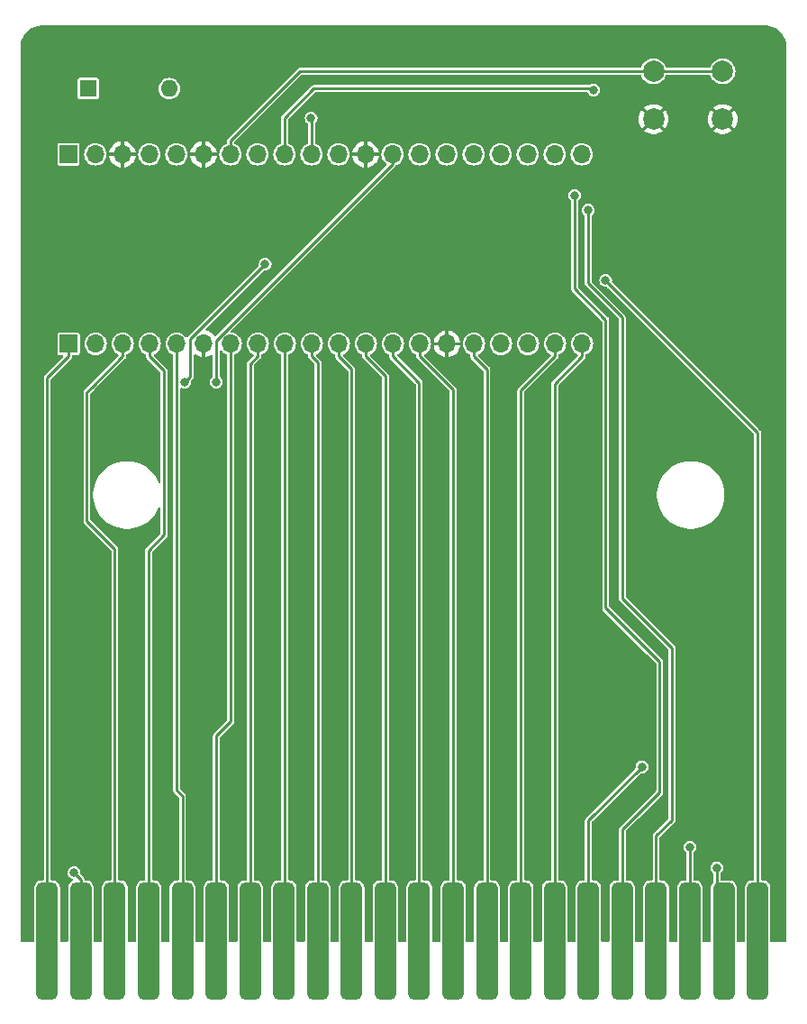
<source format=gbl>
G04 #@! TF.GenerationSoftware,KiCad,Pcbnew,8.0.5*
G04 #@! TF.CreationDate,2024-10-04T03:51:19+02:00*
G04 #@! TF.ProjectId,SD-10005v,53442d31-3030-4303-9576-2e6b69636164,rev?*
G04 #@! TF.SameCoordinates,Original*
G04 #@! TF.FileFunction,Copper,L2,Bot*
G04 #@! TF.FilePolarity,Positive*
%FSLAX46Y46*%
G04 Gerber Fmt 4.6, Leading zero omitted, Abs format (unit mm)*
G04 Created by KiCad (PCBNEW 8.0.5) date 2024-10-04 03:51:19*
%MOMM*%
%LPD*%
G01*
G04 APERTURE LIST*
G04 Aperture macros list*
%AMRoundRect*
0 Rectangle with rounded corners*
0 $1 Rounding radius*
0 $2 $3 $4 $5 $6 $7 $8 $9 X,Y pos of 4 corners*
0 Add a 4 corners polygon primitive as box body*
4,1,4,$2,$3,$4,$5,$6,$7,$8,$9,$2,$3,0*
0 Add four circle primitives for the rounded corners*
1,1,$1+$1,$2,$3*
1,1,$1+$1,$4,$5*
1,1,$1+$1,$6,$7*
1,1,$1+$1,$8,$9*
0 Add four rect primitives between the rounded corners*
20,1,$1+$1,$2,$3,$4,$5,0*
20,1,$1+$1,$4,$5,$6,$7,0*
20,1,$1+$1,$6,$7,$8,$9,0*
20,1,$1+$1,$8,$9,$2,$3,0*%
G04 Aperture macros list end*
G04 #@! TA.AperFunction,ComponentPad*
%ADD10R,1.700000X1.700000*%
G04 #@! TD*
G04 #@! TA.AperFunction,ComponentPad*
%ADD11O,1.700000X1.700000*%
G04 #@! TD*
G04 #@! TA.AperFunction,ComponentPad*
%ADD12R,1.600000X1.600000*%
G04 #@! TD*
G04 #@! TA.AperFunction,ComponentPad*
%ADD13O,1.600000X1.600000*%
G04 #@! TD*
G04 #@! TA.AperFunction,ComponentPad*
%ADD14C,2.000000*%
G04 #@! TD*
G04 #@! TA.AperFunction,ConnectorPad*
%ADD15RoundRect,0.500000X-0.500000X-5.000000X0.500000X-5.000000X0.500000X5.000000X-0.500000X5.000000X0*%
G04 #@! TD*
G04 #@! TA.AperFunction,ViaPad*
%ADD16C,0.800000*%
G04 #@! TD*
G04 #@! TA.AperFunction,Conductor*
%ADD17C,0.250000*%
G04 #@! TD*
G04 #@! TA.AperFunction,Conductor*
%ADD18C,0.254000*%
G04 #@! TD*
G04 APERTURE END LIST*
D10*
G04 #@! TO.P,J1,1,Pin_1*
G04 #@! TO.N,A0*
X76520000Y-60800000D03*
D11*
G04 #@! TO.P,J1,2,Pin_2*
G04 #@! TO.N,A1*
X79060000Y-60800000D03*
G04 #@! TO.P,J1,3,Pin_3*
G04 #@! TO.N,A2*
X81600000Y-60800000D03*
G04 #@! TO.P,J1,4,Pin_4*
G04 #@! TO.N,A3*
X84140000Y-60800000D03*
G04 #@! TO.P,J1,5,Pin_5*
G04 #@! TO.N,A4*
X86680000Y-60800000D03*
G04 #@! TO.P,J1,6,Pin_6*
G04 #@! TO.N,GND*
X89220000Y-60800000D03*
G04 #@! TO.P,J1,7,Pin_7*
G04 #@! TO.N,A5*
X91760000Y-60800000D03*
G04 #@! TO.P,J1,8,Pin_8*
G04 #@! TO.N,A6*
X94300000Y-60800000D03*
G04 #@! TO.P,J1,9,Pin_9*
G04 #@! TO.N,A7*
X96840000Y-60800000D03*
G04 #@! TO.P,J1,10,Pin_10*
G04 #@! TO.N,A8*
X99380000Y-60800000D03*
G04 #@! TO.P,J1,11,Pin_11*
G04 #@! TO.N,A9*
X101920000Y-60800000D03*
G04 #@! TO.P,J1,12,Pin_12*
G04 #@! TO.N,A10*
X104460000Y-60800000D03*
G04 #@! TO.P,J1,13,Pin_13*
G04 #@! TO.N,A11*
X107000000Y-60800000D03*
G04 #@! TO.P,J1,14,Pin_14*
G04 #@! TO.N,A12*
X109540000Y-60800000D03*
G04 #@! TO.P,J1,15,Pin_15*
G04 #@! TO.N,GND*
X112080000Y-60800000D03*
G04 #@! TO.P,J1,16,Pin_16*
G04 #@! TO.N,A13*
X114620000Y-60800000D03*
G04 #@! TO.P,J1,17,Pin_17*
G04 #@! TO.N,A14*
X117160000Y-60800000D03*
G04 #@! TO.P,J1,18,Pin_18*
G04 #@! TO.N,A15*
X119700000Y-60800000D03*
G04 #@! TO.P,J1,19,Pin_19*
G04 #@! TO.N,D0*
X122240000Y-60800000D03*
G04 #@! TO.P,J1,20,Pin_20*
G04 #@! TO.N,D1*
X124780000Y-60800000D03*
G04 #@! TD*
D12*
G04 #@! TO.P,D1,1,K*
G04 #@! TO.N,Net-(D1-K)*
X78359000Y-36830000D03*
D13*
G04 #@! TO.P,D1,2,A*
G04 #@! TO.N,+5V*
X85979000Y-36830000D03*
G04 #@! TD*
D10*
G04 #@! TO.P,J2,1,Pin_1*
G04 #@! TO.N,unconnected-(J2-Pin_1-Pad1)*
X76500000Y-43000000D03*
D11*
G04 #@! TO.P,J2,2,Pin_2*
G04 #@! TO.N,Net-(D1-K)*
X79040000Y-43000000D03*
G04 #@! TO.P,J2,3,Pin_3*
G04 #@! TO.N,GND*
X81580000Y-43000000D03*
G04 #@! TO.P,J2,4,Pin_4*
G04 #@! TO.N,unconnected-(J2-Pin_4-Pad4)*
X84120000Y-43000000D03*
G04 #@! TO.P,J2,5,Pin_5*
G04 #@! TO.N,unconnected-(J2-Pin_5-Pad5)*
X86660000Y-43000000D03*
G04 #@! TO.P,J2,6,Pin_6*
G04 #@! TO.N,GND*
X89200000Y-43000000D03*
G04 #@! TO.P,J2,7,Pin_7*
G04 #@! TO.N,RST*
X91740000Y-43000000D03*
G04 #@! TO.P,J2,8,Pin_8*
G04 #@! TO.N,~{IOR}*
X94280000Y-43000000D03*
G04 #@! TO.P,J2,9,Pin_9*
G04 #@! TO.N,~{DSRAM}*
X96820000Y-43000000D03*
G04 #@! TO.P,J2,10,Pin_10*
G04 #@! TO.N,~{CEROM2}*
X99360000Y-43000000D03*
G04 #@! TO.P,J2,11,Pin_11*
G04 #@! TO.N,~{MREQ}*
X101900000Y-43000000D03*
G04 #@! TO.P,J2,12,Pin_12*
G04 #@! TO.N,GND*
X104440000Y-43000000D03*
G04 #@! TO.P,J2,13,Pin_13*
G04 #@! TO.N,~{MEMW}*
X106980000Y-43000000D03*
G04 #@! TO.P,J2,14,Pin_14*
G04 #@! TO.N,~{MEMR}*
X109520000Y-43000000D03*
G04 #@! TO.P,J2,15,Pin_15*
G04 #@! TO.N,D7*
X112060000Y-43000000D03*
G04 #@! TO.P,J2,16,Pin_16*
G04 #@! TO.N,D6*
X114600000Y-43000000D03*
G04 #@! TO.P,J2,17,Pin_17*
G04 #@! TO.N,D5*
X117140000Y-43000000D03*
G04 #@! TO.P,J2,18,Pin_18*
G04 #@! TO.N,D4*
X119680000Y-43000000D03*
G04 #@! TO.P,J2,19,Pin_19*
G04 #@! TO.N,D3*
X122220000Y-43000000D03*
G04 #@! TO.P,J2,20,Pin_20*
G04 #@! TO.N,D2*
X124760000Y-43000000D03*
G04 #@! TD*
D14*
G04 #@! TO.P,SW1,1,1*
G04 #@! TO.N,RST*
X131500000Y-35200000D03*
X138000000Y-35200000D03*
G04 #@! TO.P,SW1,2,2*
G04 #@! TO.N,GND*
X131500000Y-39700000D03*
X138000000Y-39700000D03*
G04 #@! TD*
D15*
G04 #@! TO.P,CON1,A1,A0*
G04 #@! TO.N,A0*
X74500000Y-116900000D03*
G04 #@! TO.P,CON1,A2,A1*
G04 #@! TO.N,A1*
X77680000Y-116900000D03*
G04 #@! TO.P,CON1,A3,A2*
G04 #@! TO.N,A2*
X80860000Y-116900000D03*
G04 #@! TO.P,CON1,A4,A3*
G04 #@! TO.N,A3*
X84040000Y-116900000D03*
G04 #@! TO.P,CON1,A5,A4*
G04 #@! TO.N,A4*
X87220000Y-116900000D03*
G04 #@! TO.P,CON1,A6,A5*
G04 #@! TO.N,A5*
X90400000Y-116900000D03*
G04 #@! TO.P,CON1,A7,A6*
G04 #@! TO.N,A6*
X93580000Y-116900000D03*
G04 #@! TO.P,CON1,A8,A7*
G04 #@! TO.N,A7*
X96760000Y-116900000D03*
G04 #@! TO.P,CON1,A9,A8*
G04 #@! TO.N,A8*
X99940000Y-116900000D03*
G04 #@! TO.P,CON1,A10,A9*
G04 #@! TO.N,A9*
X103120000Y-116900000D03*
G04 #@! TO.P,CON1,A11,A10*
G04 #@! TO.N,A10*
X106300000Y-116900000D03*
G04 #@! TO.P,CON1,A12,A11*
G04 #@! TO.N,A11*
X109480000Y-116900000D03*
G04 #@! TO.P,CON1,A13,A12*
G04 #@! TO.N,A12*
X112660000Y-116900000D03*
G04 #@! TO.P,CON1,A14,A13*
G04 #@! TO.N,A13*
X115840000Y-116900000D03*
G04 #@! TO.P,CON1,A15,D0*
G04 #@! TO.N,D0*
X119020000Y-116900000D03*
G04 #@! TO.P,CON1,A16,D1*
G04 #@! TO.N,D1*
X122200000Y-116900000D03*
G04 #@! TO.P,CON1,A17,D2*
G04 #@! TO.N,D2*
X125380000Y-116900000D03*
G04 #@! TO.P,CON1,A18,D3*
G04 #@! TO.N,D3*
X128560000Y-116900000D03*
G04 #@! TO.P,CON1,A19,D4*
G04 #@! TO.N,D4*
X131740000Y-116900000D03*
G04 #@! TO.P,CON1,A20,D5*
G04 #@! TO.N,D5*
X134920000Y-116900000D03*
G04 #@! TO.P,CON1,A21,D6*
G04 #@! TO.N,D6*
X138100000Y-116900000D03*
G04 #@! TO.P,CON1,A22,D7*
G04 #@! TO.N,D7*
X141280000Y-116900000D03*
G04 #@! TD*
D16*
G04 #@! TO.N,GND*
X124206000Y-45339000D03*
X121158000Y-45339000D03*
X118491000Y-45339000D03*
X115951000Y-45339000D03*
X142875000Y-110109000D03*
X139700000Y-110109000D03*
X133223000Y-110109000D03*
X130048000Y-110109000D03*
X126873000Y-110109000D03*
X123698000Y-110109000D03*
X72898000Y-110109000D03*
X79248000Y-110109000D03*
X120523000Y-110109000D03*
X117348000Y-110109000D03*
X114173000Y-110109000D03*
X111125000Y-110109000D03*
X107823000Y-110109000D03*
X104775000Y-110109000D03*
X101473000Y-110109000D03*
X98298000Y-110109000D03*
X95250000Y-110109000D03*
X91948000Y-110109000D03*
X88773000Y-110109000D03*
X85725000Y-110109000D03*
X82423000Y-110109000D03*
X85344000Y-97409000D03*
X82423000Y-99822000D03*
G04 #@! TO.N,A1*
X77037200Y-110477600D03*
G04 #@! TO.N,D2*
X130407900Y-100533400D03*
G04 #@! TO.N,D3*
X124079000Y-46863000D03*
G04 #@! TO.N,D4*
X125349000Y-48260000D03*
G04 #@! TO.N,D5*
X134920000Y-108077000D03*
G04 #@! TO.N,D6*
X137447200Y-110016600D03*
G04 #@! TO.N,D7*
X127000000Y-54864000D03*
G04 #@! TO.N,~{MEMW}*
X90400000Y-64389000D03*
G04 #@! TO.N,~{CEROM2}*
X99314000Y-39624000D03*
G04 #@! TO.N,GND*
X118364000Y-63500000D03*
X91948000Y-46609000D03*
X104648000Y-63500000D03*
X113284000Y-45339000D03*
X95123000Y-63500000D03*
X107188000Y-63500000D03*
X75692000Y-64516000D03*
X133223000Y-66548000D03*
X125222000Y-63500000D03*
X122047000Y-63500000D03*
X109728000Y-63500000D03*
X96647000Y-38227000D03*
X98298000Y-63500000D03*
X113411000Y-63500000D03*
X101600000Y-63500000D03*
G04 #@! TO.N,~{DSRAM}*
X94996000Y-53340000D03*
X87421000Y-64389000D03*
X125857000Y-36957000D03*
G04 #@! TD*
D17*
G04 #@! TO.N,D3*
X128560000Y-106426000D02*
X128560000Y-116900000D01*
D18*
X131174600Y-89772600D02*
X132080000Y-90678000D01*
X132080000Y-90678000D02*
X132080000Y-102906000D01*
X132080000Y-102906000D02*
X128560000Y-106426000D01*
G04 #@! TO.N,D4*
X131740000Y-87872200D02*
X133223000Y-89355200D01*
X133223000Y-89355200D02*
X133223000Y-105537000D01*
X133223000Y-105537000D02*
X131740000Y-107020000D01*
X131740000Y-107020000D02*
X131740000Y-116900000D01*
D17*
G04 #@! TO.N,D5*
X134920000Y-108077000D02*
X134920000Y-116900000D01*
G04 #@! TO.N,D7*
X127000000Y-54864000D02*
X141280000Y-69144000D01*
X141280000Y-69144000D02*
X141280000Y-116900000D01*
G04 #@! TO.N,~{CEROM2}*
X99314000Y-39624000D02*
X99360000Y-39670000D01*
X99360000Y-39670000D02*
X99360000Y-43000000D01*
G04 #@! TO.N,~{DSRAM}*
X96820000Y-43000000D02*
X96820000Y-39578000D01*
X125730000Y-36830000D02*
X125857000Y-36957000D01*
X96820000Y-39578000D02*
X99568000Y-36830000D01*
X99568000Y-36830000D02*
X125730000Y-36830000D01*
D18*
G04 #@! TO.N,A2*
X80860000Y-116900000D02*
X80860000Y-80098000D01*
X78232000Y-65344700D02*
X78685497Y-64891203D01*
X80860000Y-80098000D02*
X78232000Y-77470000D01*
X78232000Y-77470000D02*
X78232000Y-65344700D01*
D17*
X78685497Y-64891203D02*
X81600000Y-61976700D01*
X81600000Y-61976700D02*
X81600000Y-60800000D01*
G04 #@! TO.N,A5*
X91760000Y-96266000D02*
X91760000Y-61976700D01*
D18*
X91760000Y-96266000D02*
X90400000Y-97626000D01*
X90400000Y-97626000D02*
X90400000Y-116900000D01*
D17*
G04 #@! TO.N,A4*
X86680000Y-61976700D02*
X86680000Y-102743000D01*
D18*
X86680000Y-102743000D02*
X87220000Y-103283000D01*
X87220000Y-103283000D02*
X87220000Y-116900000D01*
D17*
G04 #@! TO.N,A3*
X85504700Y-63341400D02*
X85504700Y-78740000D01*
D18*
X85504700Y-78740000D02*
X84040000Y-80204700D01*
X84040000Y-80204700D02*
X84040000Y-116900000D01*
D17*
X84140000Y-60800000D02*
X84140000Y-61976700D01*
X84140000Y-61976700D02*
X85504700Y-63341400D01*
G04 #@! TO.N,A0*
X74500000Y-63996700D02*
X76520000Y-61976700D01*
X76520000Y-60800000D02*
X76520000Y-61976700D01*
X74500000Y-116900000D02*
X74500000Y-63996700D01*
G04 #@! TO.N,A1*
X77680000Y-111120400D02*
X77037200Y-110477600D01*
X77680000Y-116900000D02*
X77680000Y-111120400D01*
G04 #@! TO.N,A4*
X86680000Y-60800000D02*
X86680000Y-61976700D01*
G04 #@! TO.N,A5*
X91760000Y-60800000D02*
X91760000Y-61976700D01*
G04 #@! TO.N,A6*
X93580000Y-62696700D02*
X94300000Y-61976700D01*
X94300000Y-60800000D02*
X94300000Y-61976700D01*
X93580000Y-116900000D02*
X93580000Y-62696700D01*
G04 #@! TO.N,A7*
X96760000Y-116900000D02*
X96840000Y-116820000D01*
X96840000Y-116820000D02*
X96840000Y-60800000D01*
G04 #@! TO.N,A8*
X99940000Y-116900000D02*
X99940000Y-62536700D01*
X99940000Y-62536700D02*
X99380000Y-61976700D01*
X99380000Y-60800000D02*
X99380000Y-61976700D01*
G04 #@! TO.N,A9*
X101920000Y-60800000D02*
X101920000Y-61976700D01*
X103120000Y-63176700D02*
X101920000Y-61976700D01*
X103120000Y-116900000D02*
X103120000Y-63176700D01*
G04 #@! TO.N,A10*
X106300000Y-116900000D02*
X106300000Y-63816700D01*
X104460000Y-60800000D02*
X104460000Y-61976700D01*
X106300000Y-63816700D02*
X104460000Y-61976700D01*
G04 #@! TO.N,A11*
X109480000Y-116900000D02*
X109480000Y-64456700D01*
X109480000Y-64456700D02*
X107000000Y-61976700D01*
X107000000Y-60800000D02*
X107000000Y-61976700D01*
G04 #@! TO.N,A12*
X112660000Y-65096700D02*
X109540000Y-61976700D01*
X112660000Y-116900000D02*
X112660000Y-65096700D01*
X109540000Y-60800000D02*
X109540000Y-61976700D01*
G04 #@! TO.N,A13*
X114620000Y-60800000D02*
X114620000Y-61976700D01*
X115840000Y-63196700D02*
X114620000Y-61976700D01*
X115840000Y-116900000D02*
X115840000Y-63196700D01*
G04 #@! TO.N,D0*
X119020000Y-116900000D02*
X119020000Y-65196700D01*
X119020000Y-65196700D02*
X122240000Y-61976700D01*
X122240000Y-60800000D02*
X122240000Y-61976700D01*
G04 #@! TO.N,D1*
X124780000Y-60800000D02*
X124780000Y-61976700D01*
X122200000Y-116900000D02*
X122200000Y-64556700D01*
X122200000Y-64556700D02*
X124780000Y-61976700D01*
G04 #@! TO.N,D2*
X125380000Y-105561300D02*
X130407900Y-100533400D01*
X125380000Y-116900000D02*
X125380000Y-105561300D01*
G04 #@! TO.N,D6*
X138100000Y-116900000D02*
X137447200Y-116247200D01*
X137447200Y-116247200D02*
X137447200Y-110016600D01*
G04 #@! TO.N,~{MEMW}*
X90400000Y-64389000D02*
X90400000Y-60480200D01*
X90400000Y-60480200D02*
X106980000Y-43900200D01*
X106980000Y-43900200D02*
X106980000Y-43000000D01*
G04 #@! TO.N,~{DSRAM}*
X87421000Y-64389000D02*
X87950000Y-63860000D01*
X87950000Y-63860000D02*
X87950000Y-60380800D01*
X87950000Y-60380800D02*
X94990800Y-53340000D01*
X94990800Y-53340000D02*
X94996000Y-53340000D01*
G04 #@! TO.N,RST*
X138000000Y-35200000D02*
X131500000Y-35200000D01*
X98277000Y-35200000D02*
X91740000Y-41737000D01*
X131500000Y-35200000D02*
X98277000Y-35200000D01*
X91740000Y-41737000D02*
X91740000Y-43000000D01*
G04 #@! TO.N,D3*
X124079000Y-46863000D02*
X124079000Y-55626000D01*
X124079000Y-55626000D02*
X127000000Y-58547000D01*
X127000000Y-85598000D02*
X131174600Y-89772600D01*
X127000000Y-58547000D02*
X127000000Y-85598000D01*
G04 #@! TO.N,D4*
X125349000Y-48260000D02*
X125349000Y-55118000D01*
X128564200Y-84696400D02*
X131740000Y-87872200D01*
X125349000Y-55118000D02*
X128564200Y-58333200D01*
X128564200Y-58333200D02*
X128564200Y-84696400D01*
G04 #@! TD*
G04 #@! TA.AperFunction,Conductor*
G04 #@! TO.N,GND*
G36*
X142001135Y-30913419D02*
G01*
X142135104Y-30915800D01*
X142150549Y-30917042D01*
X142416910Y-30955340D01*
X142434193Y-30959100D01*
X142691324Y-31034601D01*
X142707897Y-31040783D01*
X142951669Y-31152111D01*
X142967193Y-31160588D01*
X143192634Y-31305472D01*
X143206797Y-31316074D01*
X143409327Y-31491569D01*
X143421837Y-31504079D01*
X143597329Y-31706608D01*
X143607931Y-31720772D01*
X143752817Y-31946219D01*
X143761290Y-31961734D01*
X143872618Y-32205508D01*
X143878800Y-32222084D01*
X143954300Y-32479214D01*
X143958061Y-32496502D01*
X143996358Y-32762863D01*
X143997600Y-32778298D01*
X143999980Y-32911716D01*
X144000000Y-32913928D01*
X144000000Y-116843000D01*
X143980315Y-116910039D01*
X143927511Y-116955794D01*
X143876000Y-116967000D01*
X142604500Y-116967000D01*
X142537461Y-116947315D01*
X142491706Y-116894511D01*
X142480500Y-116843000D01*
X142480500Y-111843386D01*
X142474086Y-111772807D01*
X142474086Y-111772804D01*
X142423478Y-111610394D01*
X142335472Y-111464815D01*
X142335470Y-111464813D01*
X142335469Y-111464811D01*
X142215188Y-111344530D01*
X142069606Y-111256522D01*
X141977830Y-111227924D01*
X141907196Y-111205914D01*
X141907194Y-111205913D01*
X141907192Y-111205913D01*
X141857778Y-111201423D01*
X141836616Y-111199500D01*
X141836613Y-111199500D01*
X141729500Y-111199500D01*
X141662461Y-111179815D01*
X141616706Y-111127011D01*
X141605500Y-111075500D01*
X141605500Y-69196855D01*
X141605501Y-69196842D01*
X141605501Y-69101148D01*
X141605501Y-69101147D01*
X141583318Y-69018361D01*
X141561891Y-68981250D01*
X141540465Y-68944138D01*
X141479862Y-68883535D01*
X141479861Y-68883534D01*
X141475531Y-68879204D01*
X141475520Y-68879194D01*
X127632011Y-55035685D01*
X127598526Y-54974362D01*
X127596753Y-54931818D01*
X127605682Y-54864000D01*
X127605682Y-54863998D01*
X127585044Y-54707239D01*
X127585044Y-54707238D01*
X127524536Y-54561159D01*
X127428282Y-54435718D01*
X127302841Y-54339464D01*
X127156762Y-54278956D01*
X127156760Y-54278955D01*
X127000001Y-54258318D01*
X126999999Y-54258318D01*
X126843239Y-54278955D01*
X126843237Y-54278956D01*
X126697160Y-54339463D01*
X126571718Y-54435718D01*
X126475463Y-54561160D01*
X126414956Y-54707237D01*
X126414955Y-54707239D01*
X126394318Y-54863998D01*
X126394318Y-54864001D01*
X126414955Y-55020760D01*
X126414956Y-55020762D01*
X126475464Y-55166841D01*
X126571718Y-55292282D01*
X126697159Y-55388536D01*
X126843238Y-55449044D01*
X126871548Y-55452771D01*
X126999999Y-55469682D01*
X127000000Y-55469682D01*
X127000001Y-55469682D01*
X127035708Y-55464980D01*
X127067818Y-55460753D01*
X127136853Y-55471518D01*
X127171685Y-55496011D01*
X140918181Y-69242507D01*
X140951666Y-69303830D01*
X140954500Y-69330188D01*
X140954500Y-111075500D01*
X140934815Y-111142539D01*
X140882011Y-111188294D01*
X140830500Y-111199500D01*
X140723384Y-111199500D01*
X140704145Y-111201248D01*
X140652807Y-111205913D01*
X140490393Y-111256522D01*
X140344811Y-111344530D01*
X140224530Y-111464811D01*
X140136522Y-111610393D01*
X140085913Y-111772807D01*
X140079500Y-111843386D01*
X140079500Y-116843000D01*
X140059815Y-116910039D01*
X140007011Y-116955794D01*
X139955500Y-116967000D01*
X139424500Y-116967000D01*
X139357461Y-116947315D01*
X139311706Y-116894511D01*
X139300500Y-116843000D01*
X139300500Y-111843386D01*
X139294086Y-111772807D01*
X139294086Y-111772804D01*
X139243478Y-111610394D01*
X139155472Y-111464815D01*
X139155470Y-111464813D01*
X139155469Y-111464811D01*
X139035188Y-111344530D01*
X138889606Y-111256522D01*
X138797830Y-111227924D01*
X138727196Y-111205914D01*
X138727194Y-111205913D01*
X138727192Y-111205913D01*
X138677778Y-111201423D01*
X138656616Y-111199500D01*
X138656613Y-111199500D01*
X137896700Y-111199500D01*
X137829661Y-111179815D01*
X137783906Y-111127011D01*
X137772700Y-111075500D01*
X137772700Y-110584898D01*
X137792385Y-110517859D01*
X137821210Y-110486525D01*
X137875482Y-110444882D01*
X137971736Y-110319441D01*
X138032244Y-110173362D01*
X138052882Y-110016600D01*
X138032244Y-109859838D01*
X137971736Y-109713759D01*
X137875482Y-109588318D01*
X137750041Y-109492064D01*
X137603962Y-109431556D01*
X137603960Y-109431555D01*
X137447201Y-109410918D01*
X137447199Y-109410918D01*
X137290439Y-109431555D01*
X137290437Y-109431556D01*
X137144360Y-109492063D01*
X137018918Y-109588318D01*
X136922663Y-109713760D01*
X136862156Y-109859837D01*
X136862155Y-109859839D01*
X136841518Y-110016598D01*
X136841518Y-110016601D01*
X136862155Y-110173360D01*
X136862156Y-110173362D01*
X136922664Y-110319441D01*
X137018918Y-110444882D01*
X137073187Y-110486524D01*
X137114389Y-110542949D01*
X137121700Y-110584898D01*
X137121700Y-111336280D01*
X137102015Y-111403319D01*
X137085381Y-111423961D01*
X137044531Y-111464810D01*
X137044530Y-111464811D01*
X136956522Y-111610393D01*
X136905913Y-111772807D01*
X136899500Y-111843386D01*
X136899500Y-116843000D01*
X136879815Y-116910039D01*
X136827011Y-116955794D01*
X136775500Y-116967000D01*
X136244500Y-116967000D01*
X136177461Y-116947315D01*
X136131706Y-116894511D01*
X136120500Y-116843000D01*
X136120500Y-111843386D01*
X136114086Y-111772807D01*
X136114086Y-111772804D01*
X136063478Y-111610394D01*
X135975472Y-111464815D01*
X135975470Y-111464813D01*
X135975469Y-111464811D01*
X135855188Y-111344530D01*
X135709606Y-111256522D01*
X135617830Y-111227924D01*
X135547196Y-111205914D01*
X135547194Y-111205913D01*
X135547192Y-111205913D01*
X135497778Y-111201423D01*
X135476616Y-111199500D01*
X135476613Y-111199500D01*
X135369500Y-111199500D01*
X135302461Y-111179815D01*
X135256706Y-111127011D01*
X135245500Y-111075500D01*
X135245500Y-108645298D01*
X135265185Y-108578259D01*
X135294010Y-108546925D01*
X135348282Y-108505282D01*
X135444536Y-108379841D01*
X135505044Y-108233762D01*
X135525682Y-108077000D01*
X135505044Y-107920238D01*
X135444536Y-107774159D01*
X135348282Y-107648718D01*
X135222841Y-107552464D01*
X135076762Y-107491956D01*
X135076760Y-107491955D01*
X134920001Y-107471318D01*
X134919999Y-107471318D01*
X134763239Y-107491955D01*
X134763237Y-107491956D01*
X134617160Y-107552463D01*
X134491718Y-107648718D01*
X134395463Y-107774160D01*
X134334956Y-107920237D01*
X134334955Y-107920239D01*
X134314318Y-108076998D01*
X134314318Y-108077001D01*
X134334955Y-108233760D01*
X134334956Y-108233762D01*
X134395464Y-108379841D01*
X134491718Y-108505282D01*
X134545987Y-108546924D01*
X134587189Y-108603349D01*
X134594500Y-108645298D01*
X134594500Y-111075500D01*
X134574815Y-111142539D01*
X134522011Y-111188294D01*
X134470500Y-111199500D01*
X134363384Y-111199500D01*
X134344145Y-111201248D01*
X134292807Y-111205913D01*
X134130393Y-111256522D01*
X133984811Y-111344530D01*
X133864530Y-111464811D01*
X133776522Y-111610393D01*
X133725913Y-111772807D01*
X133719500Y-111843386D01*
X133719500Y-116843000D01*
X133699815Y-116910039D01*
X133647011Y-116955794D01*
X133595500Y-116967000D01*
X133064500Y-116967000D01*
X132997461Y-116947315D01*
X132951706Y-116894511D01*
X132940500Y-116843000D01*
X132940500Y-111843386D01*
X132934086Y-111772807D01*
X132934086Y-111772804D01*
X132883478Y-111610394D01*
X132795472Y-111464815D01*
X132795470Y-111464813D01*
X132795469Y-111464811D01*
X132675188Y-111344530D01*
X132529606Y-111256522D01*
X132437830Y-111227924D01*
X132367196Y-111205914D01*
X132367194Y-111205913D01*
X132367192Y-111205913D01*
X132317778Y-111201423D01*
X132296616Y-111199500D01*
X132296613Y-111199500D01*
X132191500Y-111199500D01*
X132124461Y-111179815D01*
X132078706Y-111127011D01*
X132067500Y-111075500D01*
X132067500Y-107207017D01*
X132087185Y-107139978D01*
X132103819Y-107119336D01*
X132754039Y-106469116D01*
X133485065Y-105738090D01*
X133528181Y-105663410D01*
X133550500Y-105580116D01*
X133550500Y-105493884D01*
X133550500Y-89312084D01*
X133528181Y-89228790D01*
X133485065Y-89154110D01*
X133424090Y-89093135D01*
X131941090Y-87610135D01*
X131941086Y-87610132D01*
X131935376Y-87605751D01*
X131923186Y-87595059D01*
X128926019Y-84597892D01*
X128892534Y-84536569D01*
X128889700Y-84510211D01*
X128889700Y-74821831D01*
X131827497Y-74821831D01*
X131827497Y-75178168D01*
X131867391Y-75532238D01*
X131867393Y-75532250D01*
X131946683Y-75879644D01*
X131946684Y-75879646D01*
X132064371Y-76215978D01*
X132218974Y-76537014D01*
X132218976Y-76537017D01*
X132408554Y-76838729D01*
X132630721Y-77117317D01*
X132882683Y-77369279D01*
X133161271Y-77591446D01*
X133462983Y-77781024D01*
X133784023Y-77935629D01*
X134120355Y-78053316D01*
X134467749Y-78132607D01*
X134821832Y-78172502D01*
X134821833Y-78172503D01*
X135178164Y-78172503D01*
X135178167Y-78172503D01*
X135178167Y-78172502D01*
X135532251Y-78132607D01*
X135879645Y-78053316D01*
X136215977Y-77935629D01*
X136537017Y-77781024D01*
X136838729Y-77591446D01*
X137117317Y-77369279D01*
X137369279Y-77117317D01*
X137591446Y-76838729D01*
X137781024Y-76537017D01*
X137935629Y-76215977D01*
X138053316Y-75879645D01*
X138132607Y-75532251D01*
X138132608Y-75532239D01*
X138132609Y-75532236D01*
X138172502Y-75178169D01*
X138172503Y-75178164D01*
X138175000Y-75000000D01*
X138172503Y-74821836D01*
X138132608Y-74467761D01*
X138132608Y-74467758D01*
X138132607Y-74467749D01*
X138053316Y-74120355D01*
X137935629Y-73784023D01*
X137781024Y-73462983D01*
X137591446Y-73161271D01*
X137369279Y-72882683D01*
X137117317Y-72630721D01*
X136838729Y-72408554D01*
X136537017Y-72218976D01*
X136537014Y-72218974D01*
X136215978Y-72064371D01*
X135879646Y-71946684D01*
X135879644Y-71946683D01*
X135611541Y-71885490D01*
X135532251Y-71867393D01*
X135532247Y-71867392D01*
X135532238Y-71867391D01*
X135178168Y-71827497D01*
X135178164Y-71827497D01*
X134821836Y-71827497D01*
X134821831Y-71827497D01*
X134467761Y-71867391D01*
X134467749Y-71867393D01*
X134120355Y-71946683D01*
X134120353Y-71946684D01*
X133784021Y-72064371D01*
X133462985Y-72218974D01*
X133161272Y-72408553D01*
X132882683Y-72630720D01*
X132630720Y-72882683D01*
X132408553Y-73161272D01*
X132218974Y-73462985D01*
X132064371Y-73784021D01*
X131946684Y-74120353D01*
X131946683Y-74120355D01*
X131867393Y-74467749D01*
X131867391Y-74467761D01*
X131827497Y-74821831D01*
X128889700Y-74821831D01*
X128889700Y-58290349D01*
X128889700Y-58290347D01*
X128867518Y-58207562D01*
X128867514Y-58207555D01*
X128824669Y-58133344D01*
X128824663Y-58133336D01*
X125710819Y-55019492D01*
X125677334Y-54958169D01*
X125674500Y-54931811D01*
X125674500Y-48828298D01*
X125694185Y-48761259D01*
X125723010Y-48729925D01*
X125777282Y-48688282D01*
X125873536Y-48562841D01*
X125934044Y-48416762D01*
X125954682Y-48260000D01*
X125934044Y-48103238D01*
X125873536Y-47957159D01*
X125777282Y-47831718D01*
X125651841Y-47735464D01*
X125505762Y-47674956D01*
X125505760Y-47674955D01*
X125349001Y-47654318D01*
X125348999Y-47654318D01*
X125192239Y-47674955D01*
X125192237Y-47674956D01*
X125046160Y-47735463D01*
X124920718Y-47831718D01*
X124824463Y-47957160D01*
X124763956Y-48103237D01*
X124763955Y-48103239D01*
X124743318Y-48259998D01*
X124743318Y-48260001D01*
X124763955Y-48416760D01*
X124763956Y-48416762D01*
X124824464Y-48562841D01*
X124920718Y-48688282D01*
X124974987Y-48729924D01*
X125016189Y-48786349D01*
X125023500Y-48828298D01*
X125023500Y-55075147D01*
X125023500Y-55160853D01*
X125034591Y-55202246D01*
X125045682Y-55243640D01*
X125067108Y-55280750D01*
X125088535Y-55317862D01*
X125088537Y-55317864D01*
X128202381Y-58431708D01*
X128235866Y-58493031D01*
X128238700Y-58519389D01*
X128238700Y-84739252D01*
X128260882Y-84822040D01*
X128282308Y-84859150D01*
X128303735Y-84896262D01*
X128303737Y-84896264D01*
X131462859Y-88055386D01*
X131473551Y-88067576D01*
X131477932Y-88073286D01*
X131477935Y-88073290D01*
X131477938Y-88073293D01*
X132859181Y-89454536D01*
X132892666Y-89515859D01*
X132895500Y-89542217D01*
X132895500Y-105349983D01*
X132875815Y-105417022D01*
X132859181Y-105437664D01*
X131477936Y-106818908D01*
X131477934Y-106818911D01*
X131434819Y-106893589D01*
X131412500Y-106976885D01*
X131412500Y-111075500D01*
X131392815Y-111142539D01*
X131340011Y-111188294D01*
X131288500Y-111199500D01*
X131183384Y-111199500D01*
X131164145Y-111201248D01*
X131112807Y-111205913D01*
X130950393Y-111256522D01*
X130804811Y-111344530D01*
X130684530Y-111464811D01*
X130596522Y-111610393D01*
X130545913Y-111772807D01*
X130539500Y-111843386D01*
X130539500Y-116843000D01*
X130519815Y-116910039D01*
X130467011Y-116955794D01*
X130415500Y-116967000D01*
X129884500Y-116967000D01*
X129817461Y-116947315D01*
X129771706Y-116894511D01*
X129760500Y-116843000D01*
X129760500Y-111843386D01*
X129754086Y-111772807D01*
X129754086Y-111772804D01*
X129703478Y-111610394D01*
X129615472Y-111464815D01*
X129615470Y-111464813D01*
X129615469Y-111464811D01*
X129495188Y-111344530D01*
X129349606Y-111256522D01*
X129257830Y-111227924D01*
X129187196Y-111205914D01*
X129187194Y-111205913D01*
X129187192Y-111205913D01*
X129137778Y-111201423D01*
X129116616Y-111199500D01*
X129116613Y-111199500D01*
X129009500Y-111199500D01*
X128942461Y-111179815D01*
X128896706Y-111127011D01*
X128885500Y-111075500D01*
X128885500Y-106615017D01*
X128905185Y-106547978D01*
X128921819Y-106527336D01*
X130099172Y-105349983D01*
X132342065Y-103107090D01*
X132385181Y-103032410D01*
X132407500Y-102949116D01*
X132407500Y-102862884D01*
X132407500Y-90634884D01*
X132385181Y-90551590D01*
X132342065Y-90476910D01*
X132281090Y-90415935D01*
X131375690Y-89510535D01*
X131375686Y-89510532D01*
X131369976Y-89506151D01*
X131357786Y-89495459D01*
X127361819Y-85499492D01*
X127328334Y-85438169D01*
X127325500Y-85411811D01*
X127325500Y-58504149D01*
X127325500Y-58504147D01*
X127303318Y-58421362D01*
X127303318Y-58421361D01*
X127277158Y-58376052D01*
X127260465Y-58347138D01*
X127199862Y-58286535D01*
X127199861Y-58286534D01*
X127195531Y-58282204D01*
X127195520Y-58282194D01*
X124440819Y-55527492D01*
X124407334Y-55466169D01*
X124404500Y-55439811D01*
X124404500Y-47431298D01*
X124424185Y-47364259D01*
X124453010Y-47332925D01*
X124507282Y-47291282D01*
X124603536Y-47165841D01*
X124664044Y-47019762D01*
X124684682Y-46863000D01*
X124664044Y-46706238D01*
X124603536Y-46560159D01*
X124507282Y-46434718D01*
X124381841Y-46338464D01*
X124235762Y-46277956D01*
X124235760Y-46277955D01*
X124079001Y-46257318D01*
X124078999Y-46257318D01*
X123922239Y-46277955D01*
X123922237Y-46277956D01*
X123776160Y-46338463D01*
X123650718Y-46434718D01*
X123554463Y-46560160D01*
X123493956Y-46706237D01*
X123493955Y-46706239D01*
X123473318Y-46862998D01*
X123473318Y-46863001D01*
X123493955Y-47019760D01*
X123493956Y-47019762D01*
X123554464Y-47165841D01*
X123650718Y-47291282D01*
X123704987Y-47332924D01*
X123746189Y-47389349D01*
X123753500Y-47431298D01*
X123753500Y-55668852D01*
X123775682Y-55751640D01*
X123797108Y-55788750D01*
X123818535Y-55825862D01*
X123818536Y-55825863D01*
X123818537Y-55825864D01*
X126638181Y-58645507D01*
X126671666Y-58706830D01*
X126674500Y-58733188D01*
X126674500Y-85640852D01*
X126696682Y-85723640D01*
X126718108Y-85760750D01*
X126739535Y-85797862D01*
X126739537Y-85797864D01*
X130897459Y-89955786D01*
X130908151Y-89967976D01*
X130912532Y-89973686D01*
X130912535Y-89973690D01*
X130912538Y-89973693D01*
X131716181Y-90777336D01*
X131749666Y-90838659D01*
X131752500Y-90865017D01*
X131752500Y-102718983D01*
X131732815Y-102786022D01*
X131716181Y-102806664D01*
X128297936Y-106224908D01*
X128297934Y-106224911D01*
X128254819Y-106299589D01*
X128232500Y-106382885D01*
X128232500Y-106469116D01*
X128233439Y-106476248D01*
X128234500Y-106492435D01*
X128234500Y-111075500D01*
X128214815Y-111142539D01*
X128162011Y-111188294D01*
X128110500Y-111199500D01*
X128003384Y-111199500D01*
X127984145Y-111201248D01*
X127932807Y-111205913D01*
X127770393Y-111256522D01*
X127624811Y-111344530D01*
X127504530Y-111464811D01*
X127416522Y-111610393D01*
X127365913Y-111772807D01*
X127359500Y-111843386D01*
X127359500Y-116843000D01*
X127339815Y-116910039D01*
X127287011Y-116955794D01*
X127235500Y-116967000D01*
X126704500Y-116967000D01*
X126637461Y-116947315D01*
X126591706Y-116894511D01*
X126580500Y-116843000D01*
X126580500Y-111843386D01*
X126574086Y-111772807D01*
X126574086Y-111772804D01*
X126523478Y-111610394D01*
X126435472Y-111464815D01*
X126435470Y-111464813D01*
X126435469Y-111464811D01*
X126315188Y-111344530D01*
X126169606Y-111256522D01*
X126077830Y-111227924D01*
X126007196Y-111205914D01*
X126007194Y-111205913D01*
X126007192Y-111205913D01*
X125957778Y-111201423D01*
X125936616Y-111199500D01*
X125936613Y-111199500D01*
X125829500Y-111199500D01*
X125762461Y-111179815D01*
X125716706Y-111127011D01*
X125705500Y-111075500D01*
X125705500Y-105747488D01*
X125725185Y-105680449D01*
X125741814Y-105659812D01*
X130236216Y-101165409D01*
X130297537Y-101131926D01*
X130340081Y-101130153D01*
X130407899Y-101139082D01*
X130407900Y-101139082D01*
X130407901Y-101139082D01*
X130460154Y-101132202D01*
X130564662Y-101118444D01*
X130710741Y-101057936D01*
X130836182Y-100961682D01*
X130932436Y-100836241D01*
X130992944Y-100690162D01*
X131013582Y-100533400D01*
X130992944Y-100376638D01*
X130932436Y-100230559D01*
X130836182Y-100105118D01*
X130710741Y-100008864D01*
X130564662Y-99948356D01*
X130564660Y-99948355D01*
X130407901Y-99927718D01*
X130407899Y-99927718D01*
X130251139Y-99948355D01*
X130251137Y-99948356D01*
X130105060Y-100008863D01*
X129979618Y-100105118D01*
X129883363Y-100230560D01*
X129822856Y-100376637D01*
X129822855Y-100376639D01*
X129802218Y-100533398D01*
X129802218Y-100533401D01*
X129811146Y-100601217D01*
X129800380Y-100670252D01*
X129775888Y-100705083D01*
X125119537Y-105361435D01*
X125119533Y-105361441D01*
X125076681Y-105435661D01*
X125076682Y-105435662D01*
X125054500Y-105518447D01*
X125054500Y-111075500D01*
X125034815Y-111142539D01*
X124982011Y-111188294D01*
X124930500Y-111199500D01*
X124823384Y-111199500D01*
X124804145Y-111201248D01*
X124752807Y-111205913D01*
X124590393Y-111256522D01*
X124444811Y-111344530D01*
X124324530Y-111464811D01*
X124236522Y-111610393D01*
X124185913Y-111772807D01*
X124179500Y-111843386D01*
X124179500Y-116843000D01*
X124159815Y-116910039D01*
X124107011Y-116955794D01*
X124055500Y-116967000D01*
X123524500Y-116967000D01*
X123457461Y-116947315D01*
X123411706Y-116894511D01*
X123400500Y-116843000D01*
X123400500Y-111843386D01*
X123394086Y-111772807D01*
X123394086Y-111772804D01*
X123343478Y-111610394D01*
X123255472Y-111464815D01*
X123255470Y-111464813D01*
X123255469Y-111464811D01*
X123135188Y-111344530D01*
X122989606Y-111256522D01*
X122897830Y-111227924D01*
X122827196Y-111205914D01*
X122827194Y-111205913D01*
X122827192Y-111205913D01*
X122777778Y-111201423D01*
X122756616Y-111199500D01*
X122756613Y-111199500D01*
X122649500Y-111199500D01*
X122582461Y-111179815D01*
X122536706Y-111127011D01*
X122525500Y-111075500D01*
X122525500Y-64742889D01*
X122545185Y-64675850D01*
X122561819Y-64655208D01*
X123777119Y-63439908D01*
X125040465Y-62176562D01*
X125083318Y-62102339D01*
X125105500Y-62019553D01*
X125105500Y-61933847D01*
X125105500Y-61890583D01*
X125125185Y-61823544D01*
X125177989Y-61777789D01*
X125182049Y-61776021D01*
X125183945Y-61775234D01*
X125183954Y-61775232D01*
X125366450Y-61677685D01*
X125526410Y-61546410D01*
X125657685Y-61386450D01*
X125755232Y-61203954D01*
X125815300Y-61005934D01*
X125835583Y-60800000D01*
X125815300Y-60594066D01*
X125755232Y-60396046D01*
X125657685Y-60213550D01*
X125605702Y-60150209D01*
X125526410Y-60053589D01*
X125376121Y-59930252D01*
X125366450Y-59922315D01*
X125183954Y-59824768D01*
X124985934Y-59764700D01*
X124985932Y-59764699D01*
X124985934Y-59764699D01*
X124780000Y-59744417D01*
X124574067Y-59764699D01*
X124376043Y-59824769D01*
X124288114Y-59871769D01*
X124193550Y-59922315D01*
X124193548Y-59922316D01*
X124193547Y-59922317D01*
X124033589Y-60053589D01*
X123902317Y-60213547D01*
X123804769Y-60396043D01*
X123744699Y-60594067D01*
X123724417Y-60800000D01*
X123744699Y-61005932D01*
X123744700Y-61005934D01*
X123804768Y-61203954D01*
X123902315Y-61386450D01*
X123902317Y-61386452D01*
X124033589Y-61546410D01*
X124076708Y-61581796D01*
X124193550Y-61677685D01*
X124323150Y-61746958D01*
X124372993Y-61795919D01*
X124388453Y-61864057D01*
X124364621Y-61929737D01*
X124352376Y-61943996D01*
X121939537Y-64356835D01*
X121939533Y-64356841D01*
X121896681Y-64431061D01*
X121896682Y-64431062D01*
X121874500Y-64513847D01*
X121874500Y-111075500D01*
X121854815Y-111142539D01*
X121802011Y-111188294D01*
X121750500Y-111199500D01*
X121643384Y-111199500D01*
X121624145Y-111201248D01*
X121572807Y-111205913D01*
X121410393Y-111256522D01*
X121264811Y-111344530D01*
X121144530Y-111464811D01*
X121056522Y-111610393D01*
X121005913Y-111772807D01*
X120999500Y-111843386D01*
X120999500Y-116843000D01*
X120979815Y-116910039D01*
X120927011Y-116955794D01*
X120875500Y-116967000D01*
X120344500Y-116967000D01*
X120277461Y-116947315D01*
X120231706Y-116894511D01*
X120220500Y-116843000D01*
X120220500Y-111843386D01*
X120214086Y-111772807D01*
X120214086Y-111772804D01*
X120163478Y-111610394D01*
X120075472Y-111464815D01*
X120075470Y-111464813D01*
X120075469Y-111464811D01*
X119955188Y-111344530D01*
X119809606Y-111256522D01*
X119717830Y-111227924D01*
X119647196Y-111205914D01*
X119647194Y-111205913D01*
X119647192Y-111205913D01*
X119597778Y-111201423D01*
X119576616Y-111199500D01*
X119576613Y-111199500D01*
X119469500Y-111199500D01*
X119402461Y-111179815D01*
X119356706Y-111127011D01*
X119345500Y-111075500D01*
X119345500Y-65382887D01*
X119365185Y-65315848D01*
X119381814Y-65295211D01*
X122429652Y-62247372D01*
X122429657Y-62247369D01*
X122439860Y-62237165D01*
X122439862Y-62237165D01*
X122500465Y-62176562D01*
X122521891Y-62139450D01*
X122543318Y-62102339D01*
X122565501Y-62019553D01*
X122565501Y-61933847D01*
X122565501Y-61926252D01*
X122565500Y-61926234D01*
X122565500Y-61890583D01*
X122585185Y-61823544D01*
X122637989Y-61777789D01*
X122642049Y-61776021D01*
X122643945Y-61775234D01*
X122643954Y-61775232D01*
X122826450Y-61677685D01*
X122986410Y-61546410D01*
X123117685Y-61386450D01*
X123215232Y-61203954D01*
X123275300Y-61005934D01*
X123295583Y-60800000D01*
X123275300Y-60594066D01*
X123215232Y-60396046D01*
X123117685Y-60213550D01*
X123065702Y-60150209D01*
X122986410Y-60053589D01*
X122836121Y-59930252D01*
X122826450Y-59922315D01*
X122643954Y-59824768D01*
X122445934Y-59764700D01*
X122445932Y-59764699D01*
X122445934Y-59764699D01*
X122240000Y-59744417D01*
X122034067Y-59764699D01*
X121836043Y-59824769D01*
X121748114Y-59871769D01*
X121653550Y-59922315D01*
X121653548Y-59922316D01*
X121653547Y-59922317D01*
X121493589Y-60053589D01*
X121362317Y-60213547D01*
X121264769Y-60396043D01*
X121204699Y-60594067D01*
X121184417Y-60800000D01*
X121204699Y-61005932D01*
X121204700Y-61005934D01*
X121264768Y-61203954D01*
X121362315Y-61386450D01*
X121362317Y-61386452D01*
X121493589Y-61546410D01*
X121536708Y-61581796D01*
X121653550Y-61677685D01*
X121783150Y-61746958D01*
X121832993Y-61795919D01*
X121848453Y-61864057D01*
X121824621Y-61929737D01*
X121812376Y-61943996D01*
X118759537Y-64996835D01*
X118759533Y-64996841D01*
X118716681Y-65071061D01*
X118716682Y-65071062D01*
X118694500Y-65153847D01*
X118694500Y-111075500D01*
X118674815Y-111142539D01*
X118622011Y-111188294D01*
X118570500Y-111199500D01*
X118463384Y-111199500D01*
X118444145Y-111201248D01*
X118392807Y-111205913D01*
X118230393Y-111256522D01*
X118084811Y-111344530D01*
X117964530Y-111464811D01*
X117876522Y-111610393D01*
X117825913Y-111772807D01*
X117819500Y-111843386D01*
X117819500Y-116843000D01*
X117799815Y-116910039D01*
X117747011Y-116955794D01*
X117695500Y-116967000D01*
X117164500Y-116967000D01*
X117097461Y-116947315D01*
X117051706Y-116894511D01*
X117040500Y-116843000D01*
X117040500Y-111843386D01*
X117034086Y-111772807D01*
X117034086Y-111772804D01*
X116983478Y-111610394D01*
X116895472Y-111464815D01*
X116895470Y-111464813D01*
X116895469Y-111464811D01*
X116775188Y-111344530D01*
X116629606Y-111256522D01*
X116537830Y-111227924D01*
X116467196Y-111205914D01*
X116467194Y-111205913D01*
X116467192Y-111205913D01*
X116417778Y-111201423D01*
X116396616Y-111199500D01*
X116396613Y-111199500D01*
X116289500Y-111199500D01*
X116222461Y-111179815D01*
X116176706Y-111127011D01*
X116165500Y-111075500D01*
X116165500Y-63249555D01*
X116165501Y-63249542D01*
X116165501Y-63153849D01*
X116162201Y-63141535D01*
X116143318Y-63071062D01*
X116143317Y-63071061D01*
X116143317Y-63071059D01*
X116143315Y-63071056D01*
X116124278Y-63038083D01*
X116124276Y-63038081D01*
X116100465Y-62996838D01*
X116039862Y-62936235D01*
X116039861Y-62936234D01*
X116035531Y-62931904D01*
X116035520Y-62931894D01*
X115047623Y-61943996D01*
X115014138Y-61882673D01*
X115019122Y-61812981D01*
X115060994Y-61757048D01*
X115076843Y-61746961D01*
X115206450Y-61677685D01*
X115366410Y-61546410D01*
X115497685Y-61386450D01*
X115595232Y-61203954D01*
X115655300Y-61005934D01*
X115675583Y-60800000D01*
X116104417Y-60800000D01*
X116124699Y-61005932D01*
X116124700Y-61005934D01*
X116184768Y-61203954D01*
X116282315Y-61386450D01*
X116282317Y-61386452D01*
X116413589Y-61546410D01*
X116456708Y-61581796D01*
X116573550Y-61677685D01*
X116756046Y-61775232D01*
X116954066Y-61835300D01*
X116954065Y-61835300D01*
X116972529Y-61837118D01*
X117160000Y-61855583D01*
X117365934Y-61835300D01*
X117563954Y-61775232D01*
X117746450Y-61677685D01*
X117906410Y-61546410D01*
X118037685Y-61386450D01*
X118135232Y-61203954D01*
X118195300Y-61005934D01*
X118215583Y-60800000D01*
X118644417Y-60800000D01*
X118664699Y-61005932D01*
X118664700Y-61005934D01*
X118724768Y-61203954D01*
X118822315Y-61386450D01*
X118822317Y-61386452D01*
X118953589Y-61546410D01*
X118996708Y-61581796D01*
X119113550Y-61677685D01*
X119296046Y-61775232D01*
X119494066Y-61835300D01*
X119494065Y-61835300D01*
X119512529Y-61837118D01*
X119700000Y-61855583D01*
X119905934Y-61835300D01*
X120103954Y-61775232D01*
X120286450Y-61677685D01*
X120446410Y-61546410D01*
X120577685Y-61386450D01*
X120675232Y-61203954D01*
X120735300Y-61005934D01*
X120755583Y-60800000D01*
X120735300Y-60594066D01*
X120675232Y-60396046D01*
X120577685Y-60213550D01*
X120525702Y-60150209D01*
X120446410Y-60053589D01*
X120296121Y-59930252D01*
X120286450Y-59922315D01*
X120103954Y-59824768D01*
X119905934Y-59764700D01*
X119905932Y-59764699D01*
X119905934Y-59764699D01*
X119700000Y-59744417D01*
X119494067Y-59764699D01*
X119296043Y-59824769D01*
X119208114Y-59871769D01*
X119113550Y-59922315D01*
X119113548Y-59922316D01*
X119113547Y-59922317D01*
X118953589Y-60053589D01*
X118822317Y-60213547D01*
X118724769Y-60396043D01*
X118664699Y-60594067D01*
X118644417Y-60800000D01*
X118215583Y-60800000D01*
X118195300Y-60594066D01*
X118135232Y-60396046D01*
X118037685Y-60213550D01*
X117985702Y-60150209D01*
X117906410Y-60053589D01*
X117756121Y-59930252D01*
X117746450Y-59922315D01*
X117563954Y-59824768D01*
X117365934Y-59764700D01*
X117365932Y-59764699D01*
X117365934Y-59764699D01*
X117160000Y-59744417D01*
X116954067Y-59764699D01*
X116756043Y-59824769D01*
X116668114Y-59871769D01*
X116573550Y-59922315D01*
X116573548Y-59922316D01*
X116573547Y-59922317D01*
X116413589Y-60053589D01*
X116282317Y-60213547D01*
X116184769Y-60396043D01*
X116124699Y-60594067D01*
X116104417Y-60800000D01*
X115675583Y-60800000D01*
X115655300Y-60594066D01*
X115595232Y-60396046D01*
X115497685Y-60213550D01*
X115445702Y-60150209D01*
X115366410Y-60053589D01*
X115216121Y-59930252D01*
X115206450Y-59922315D01*
X115023954Y-59824768D01*
X114825934Y-59764700D01*
X114825932Y-59764699D01*
X114825934Y-59764699D01*
X114620000Y-59744417D01*
X114414067Y-59764699D01*
X114216043Y-59824769D01*
X114128114Y-59871769D01*
X114033550Y-59922315D01*
X114033548Y-59922316D01*
X114033547Y-59922317D01*
X113873589Y-60053589D01*
X113742317Y-60213547D01*
X113644769Y-60396043D01*
X113584699Y-60594067D01*
X113564417Y-60800000D01*
X113584699Y-61005932D01*
X113584700Y-61005934D01*
X113644768Y-61203954D01*
X113742315Y-61386450D01*
X113742317Y-61386452D01*
X113873589Y-61546410D01*
X113916708Y-61581796D01*
X114033550Y-61677685D01*
X114216046Y-61775232D01*
X114216051Y-61775233D01*
X114217951Y-61776021D01*
X114218796Y-61776701D01*
X114221419Y-61778104D01*
X114221153Y-61778601D01*
X114272355Y-61819862D01*
X114294421Y-61886156D01*
X114294500Y-61890583D01*
X114294500Y-61933847D01*
X114294500Y-62019553D01*
X114300421Y-62041650D01*
X114316682Y-62102340D01*
X114316683Y-62102341D01*
X114359535Y-62176562D01*
X114359536Y-62176563D01*
X114359537Y-62176564D01*
X115478181Y-63295207D01*
X115511666Y-63356530D01*
X115514500Y-63382888D01*
X115514500Y-111075500D01*
X115494815Y-111142539D01*
X115442011Y-111188294D01*
X115390500Y-111199500D01*
X115283384Y-111199500D01*
X115264145Y-111201248D01*
X115212807Y-111205913D01*
X115050393Y-111256522D01*
X114904811Y-111344530D01*
X114784530Y-111464811D01*
X114696522Y-111610393D01*
X114645913Y-111772807D01*
X114639500Y-111843386D01*
X114639500Y-116843000D01*
X114619815Y-116910039D01*
X114567011Y-116955794D01*
X114515500Y-116967000D01*
X113984500Y-116967000D01*
X113917461Y-116947315D01*
X113871706Y-116894511D01*
X113860500Y-116843000D01*
X113860500Y-111843386D01*
X113854086Y-111772807D01*
X113854086Y-111772804D01*
X113803478Y-111610394D01*
X113715472Y-111464815D01*
X113715470Y-111464813D01*
X113715469Y-111464811D01*
X113595188Y-111344530D01*
X113449606Y-111256522D01*
X113357830Y-111227924D01*
X113287196Y-111205914D01*
X113287194Y-111205913D01*
X113287192Y-111205913D01*
X113237778Y-111201423D01*
X113216616Y-111199500D01*
X113216613Y-111199500D01*
X113109500Y-111199500D01*
X113042461Y-111179815D01*
X112996706Y-111127011D01*
X112985500Y-111075500D01*
X112985500Y-65053849D01*
X112985500Y-65053847D01*
X112963318Y-64971062D01*
X112930106Y-64913536D01*
X112920469Y-64896844D01*
X112920463Y-64896836D01*
X109967623Y-61943996D01*
X109934138Y-61882673D01*
X109939122Y-61812981D01*
X109980994Y-61757048D01*
X109996843Y-61746961D01*
X110126450Y-61677685D01*
X110286410Y-61546410D01*
X110417685Y-61386450D01*
X110515232Y-61203954D01*
X110575300Y-61005934D01*
X110595583Y-60800000D01*
X110580809Y-60649999D01*
X110838347Y-60649999D01*
X110838348Y-60650000D01*
X111602555Y-60650000D01*
X111580000Y-60734174D01*
X111580000Y-60865826D01*
X111602555Y-60950000D01*
X110838348Y-60950000D01*
X110844287Y-61017885D01*
X110844289Y-61017894D01*
X110900894Y-61229150D01*
X110900898Y-61229159D01*
X110993333Y-61427387D01*
X111118787Y-61606554D01*
X111273445Y-61761212D01*
X111452612Y-61886666D01*
X111650840Y-61979101D01*
X111650849Y-61979105D01*
X111862110Y-62035711D01*
X111930000Y-62041650D01*
X111930000Y-61277445D01*
X112014174Y-61300000D01*
X112145826Y-61300000D01*
X112230000Y-61277445D01*
X112230000Y-62041650D01*
X112297887Y-62035711D01*
X112297891Y-62035711D01*
X112509150Y-61979105D01*
X112509159Y-61979101D01*
X112707387Y-61886666D01*
X112886554Y-61761212D01*
X113041212Y-61606554D01*
X113166666Y-61427387D01*
X113259101Y-61229159D01*
X113259105Y-61229150D01*
X113315710Y-61017894D01*
X113315712Y-61017885D01*
X113321652Y-60950000D01*
X112557445Y-60950000D01*
X112580000Y-60865826D01*
X112580000Y-60734174D01*
X112557445Y-60650000D01*
X113321652Y-60650000D01*
X113321652Y-60649999D01*
X113315712Y-60582114D01*
X113315710Y-60582105D01*
X113259105Y-60370849D01*
X113259101Y-60370840D01*
X113166666Y-60172612D01*
X113166664Y-60172608D01*
X113041216Y-59993450D01*
X113041211Y-59993444D01*
X112886554Y-59838787D01*
X112707387Y-59713333D01*
X112509159Y-59620898D01*
X112509150Y-59620894D01*
X112297894Y-59564289D01*
X112297885Y-59564287D01*
X112230000Y-59558347D01*
X112230000Y-60322554D01*
X112145826Y-60300000D01*
X112014174Y-60300000D01*
X111930000Y-60322554D01*
X111930000Y-59558348D01*
X111929999Y-59558347D01*
X111862114Y-59564287D01*
X111862105Y-59564289D01*
X111650849Y-59620894D01*
X111650840Y-59620898D01*
X111452612Y-59713333D01*
X111452608Y-59713335D01*
X111273450Y-59838783D01*
X111273444Y-59838788D01*
X111118788Y-59993444D01*
X111118783Y-59993450D01*
X110993335Y-60172608D01*
X110993333Y-60172612D01*
X110900898Y-60370840D01*
X110900894Y-60370849D01*
X110844289Y-60582105D01*
X110844287Y-60582114D01*
X110838347Y-60649999D01*
X110580809Y-60649999D01*
X110575300Y-60594066D01*
X110515232Y-60396046D01*
X110417685Y-60213550D01*
X110365702Y-60150209D01*
X110286410Y-60053589D01*
X110136121Y-59930252D01*
X110126450Y-59922315D01*
X109943954Y-59824768D01*
X109745934Y-59764700D01*
X109745932Y-59764699D01*
X109745934Y-59764699D01*
X109540000Y-59744417D01*
X109334067Y-59764699D01*
X109136043Y-59824769D01*
X109048114Y-59871769D01*
X108953550Y-59922315D01*
X108953548Y-59922316D01*
X108953547Y-59922317D01*
X108793589Y-60053589D01*
X108662317Y-60213547D01*
X108564769Y-60396043D01*
X108504699Y-60594067D01*
X108484417Y-60800000D01*
X108504699Y-61005932D01*
X108504700Y-61005934D01*
X108564768Y-61203954D01*
X108662315Y-61386450D01*
X108662317Y-61386452D01*
X108793589Y-61546410D01*
X108836708Y-61581796D01*
X108953550Y-61677685D01*
X109136046Y-61775232D01*
X109136051Y-61775233D01*
X109137951Y-61776021D01*
X109138796Y-61776701D01*
X109141419Y-61778104D01*
X109141153Y-61778601D01*
X109192355Y-61819862D01*
X109214421Y-61886156D01*
X109214500Y-61890583D01*
X109214500Y-61933847D01*
X109214500Y-62019553D01*
X109220421Y-62041650D01*
X109236682Y-62102340D01*
X109236683Y-62102341D01*
X109279535Y-62176562D01*
X109279536Y-62176563D01*
X109279537Y-62176564D01*
X112298181Y-65195208D01*
X112331666Y-65256531D01*
X112334500Y-65282889D01*
X112334500Y-111075500D01*
X112314815Y-111142539D01*
X112262011Y-111188294D01*
X112210500Y-111199500D01*
X112103384Y-111199500D01*
X112084145Y-111201248D01*
X112032807Y-111205913D01*
X111870393Y-111256522D01*
X111724811Y-111344530D01*
X111604530Y-111464811D01*
X111516522Y-111610393D01*
X111465913Y-111772807D01*
X111459500Y-111843386D01*
X111459500Y-116843000D01*
X111439815Y-116910039D01*
X111387011Y-116955794D01*
X111335500Y-116967000D01*
X110804500Y-116967000D01*
X110737461Y-116947315D01*
X110691706Y-116894511D01*
X110680500Y-116843000D01*
X110680500Y-111843386D01*
X110674086Y-111772807D01*
X110674086Y-111772804D01*
X110623478Y-111610394D01*
X110535472Y-111464815D01*
X110535470Y-111464813D01*
X110535469Y-111464811D01*
X110415188Y-111344530D01*
X110269606Y-111256522D01*
X110177830Y-111227924D01*
X110107196Y-111205914D01*
X110107194Y-111205913D01*
X110107192Y-111205913D01*
X110057778Y-111201423D01*
X110036616Y-111199500D01*
X110036613Y-111199500D01*
X109929500Y-111199500D01*
X109862461Y-111179815D01*
X109816706Y-111127011D01*
X109805500Y-111075500D01*
X109805500Y-64509555D01*
X109805501Y-64509542D01*
X109805501Y-64413848D01*
X109783317Y-64331059D01*
X109783316Y-64331058D01*
X109740467Y-64256841D01*
X109740466Y-64256840D01*
X109740465Y-64256838D01*
X109679862Y-64196235D01*
X109679861Y-64196234D01*
X109675531Y-64191904D01*
X109675520Y-64191894D01*
X107427623Y-61943996D01*
X107394138Y-61882673D01*
X107399122Y-61812981D01*
X107440994Y-61757048D01*
X107456843Y-61746961D01*
X107586450Y-61677685D01*
X107746410Y-61546410D01*
X107877685Y-61386450D01*
X107975232Y-61203954D01*
X108035300Y-61005934D01*
X108055583Y-60800000D01*
X108035300Y-60594066D01*
X107975232Y-60396046D01*
X107877685Y-60213550D01*
X107825702Y-60150209D01*
X107746410Y-60053589D01*
X107596121Y-59930252D01*
X107586450Y-59922315D01*
X107403954Y-59824768D01*
X107205934Y-59764700D01*
X107205932Y-59764699D01*
X107205934Y-59764699D01*
X107000000Y-59744417D01*
X106794067Y-59764699D01*
X106596043Y-59824769D01*
X106508114Y-59871769D01*
X106413550Y-59922315D01*
X106413548Y-59922316D01*
X106413547Y-59922317D01*
X106253589Y-60053589D01*
X106122317Y-60213547D01*
X106024769Y-60396043D01*
X105964699Y-60594067D01*
X105944417Y-60800000D01*
X105964699Y-61005932D01*
X105964700Y-61005934D01*
X106024768Y-61203954D01*
X106122315Y-61386450D01*
X106122317Y-61386452D01*
X106253589Y-61546410D01*
X106296708Y-61581796D01*
X106413550Y-61677685D01*
X106596046Y-61775232D01*
X106596051Y-61775233D01*
X106597951Y-61776021D01*
X106598796Y-61776701D01*
X106601419Y-61778104D01*
X106601153Y-61778601D01*
X106652355Y-61819862D01*
X106674421Y-61886156D01*
X106674500Y-61890583D01*
X106674500Y-61933847D01*
X106674500Y-62019553D01*
X106680421Y-62041650D01*
X106696682Y-62102340D01*
X106696683Y-62102341D01*
X106739535Y-62176562D01*
X107945861Y-63382888D01*
X109118181Y-64555207D01*
X109151666Y-64616530D01*
X109154500Y-64642888D01*
X109154500Y-111075500D01*
X109134815Y-111142539D01*
X109082011Y-111188294D01*
X109030500Y-111199500D01*
X108923384Y-111199500D01*
X108904145Y-111201248D01*
X108852807Y-111205913D01*
X108690393Y-111256522D01*
X108544811Y-111344530D01*
X108424530Y-111464811D01*
X108336522Y-111610393D01*
X108285913Y-111772807D01*
X108279500Y-111843386D01*
X108279500Y-116843000D01*
X108259815Y-116910039D01*
X108207011Y-116955794D01*
X108155500Y-116967000D01*
X107624500Y-116967000D01*
X107557461Y-116947315D01*
X107511706Y-116894511D01*
X107500500Y-116843000D01*
X107500500Y-111843386D01*
X107494086Y-111772807D01*
X107494086Y-111772804D01*
X107443478Y-111610394D01*
X107355472Y-111464815D01*
X107355470Y-111464813D01*
X107355469Y-111464811D01*
X107235188Y-111344530D01*
X107089606Y-111256522D01*
X106997830Y-111227924D01*
X106927196Y-111205914D01*
X106927194Y-111205913D01*
X106927192Y-111205913D01*
X106877778Y-111201423D01*
X106856616Y-111199500D01*
X106856613Y-111199500D01*
X106749500Y-111199500D01*
X106682461Y-111179815D01*
X106636706Y-111127011D01*
X106625500Y-111075500D01*
X106625500Y-63773849D01*
X106625500Y-63773847D01*
X106603318Y-63691062D01*
X106603318Y-63691061D01*
X106560465Y-63616838D01*
X104887623Y-61943996D01*
X104854138Y-61882673D01*
X104859122Y-61812981D01*
X104900994Y-61757048D01*
X104916843Y-61746961D01*
X105046450Y-61677685D01*
X105206410Y-61546410D01*
X105337685Y-61386450D01*
X105435232Y-61203954D01*
X105495300Y-61005934D01*
X105515583Y-60800000D01*
X105495300Y-60594066D01*
X105435232Y-60396046D01*
X105337685Y-60213550D01*
X105285702Y-60150209D01*
X105206410Y-60053589D01*
X105056121Y-59930252D01*
X105046450Y-59922315D01*
X104863954Y-59824768D01*
X104665934Y-59764700D01*
X104665932Y-59764699D01*
X104665934Y-59764699D01*
X104460000Y-59744417D01*
X104254067Y-59764699D01*
X104056043Y-59824769D01*
X103968114Y-59871769D01*
X103873550Y-59922315D01*
X103873548Y-59922316D01*
X103873547Y-59922317D01*
X103713589Y-60053589D01*
X103582317Y-60213547D01*
X103484769Y-60396043D01*
X103424699Y-60594067D01*
X103404417Y-60800000D01*
X103424699Y-61005932D01*
X103424700Y-61005934D01*
X103484768Y-61203954D01*
X103582315Y-61386450D01*
X103582317Y-61386452D01*
X103713589Y-61546410D01*
X103756708Y-61581796D01*
X103873550Y-61677685D01*
X104056046Y-61775232D01*
X104056051Y-61775233D01*
X104057951Y-61776021D01*
X104058796Y-61776701D01*
X104061419Y-61778104D01*
X104061153Y-61778601D01*
X104112355Y-61819862D01*
X104134421Y-61886156D01*
X104134500Y-61890583D01*
X104134500Y-61933847D01*
X104134500Y-62019553D01*
X104140421Y-62041650D01*
X104156682Y-62102340D01*
X104156683Y-62102341D01*
X104199535Y-62176562D01*
X104199536Y-62176563D01*
X104199537Y-62176564D01*
X105938181Y-63915208D01*
X105971666Y-63976531D01*
X105974500Y-64002889D01*
X105974500Y-111075500D01*
X105954815Y-111142539D01*
X105902011Y-111188294D01*
X105850500Y-111199500D01*
X105743384Y-111199500D01*
X105724145Y-111201248D01*
X105672807Y-111205913D01*
X105510393Y-111256522D01*
X105364811Y-111344530D01*
X105244530Y-111464811D01*
X105156522Y-111610393D01*
X105105913Y-111772807D01*
X105099500Y-111843386D01*
X105099500Y-116843000D01*
X105079815Y-116910039D01*
X105027011Y-116955794D01*
X104975500Y-116967000D01*
X104444500Y-116967000D01*
X104377461Y-116947315D01*
X104331706Y-116894511D01*
X104320500Y-116843000D01*
X104320500Y-111843386D01*
X104314086Y-111772807D01*
X104314086Y-111772804D01*
X104263478Y-111610394D01*
X104175472Y-111464815D01*
X104175470Y-111464813D01*
X104175469Y-111464811D01*
X104055188Y-111344530D01*
X103909606Y-111256522D01*
X103817830Y-111227924D01*
X103747196Y-111205914D01*
X103747194Y-111205913D01*
X103747192Y-111205913D01*
X103697778Y-111201423D01*
X103676616Y-111199500D01*
X103676613Y-111199500D01*
X103569500Y-111199500D01*
X103502461Y-111179815D01*
X103456706Y-111127011D01*
X103445500Y-111075500D01*
X103445500Y-63133849D01*
X103445500Y-63133847D01*
X103423318Y-63051061D01*
X103380465Y-62976838D01*
X102347623Y-61943996D01*
X102314138Y-61882673D01*
X102319122Y-61812981D01*
X102360994Y-61757048D01*
X102376843Y-61746961D01*
X102506450Y-61677685D01*
X102666410Y-61546410D01*
X102797685Y-61386450D01*
X102895232Y-61203954D01*
X102955300Y-61005934D01*
X102975583Y-60800000D01*
X102955300Y-60594066D01*
X102895232Y-60396046D01*
X102797685Y-60213550D01*
X102745702Y-60150209D01*
X102666410Y-60053589D01*
X102516121Y-59930252D01*
X102506450Y-59922315D01*
X102323954Y-59824768D01*
X102125934Y-59764700D01*
X102125932Y-59764699D01*
X102125934Y-59764699D01*
X101920000Y-59744417D01*
X101714067Y-59764699D01*
X101516043Y-59824769D01*
X101428114Y-59871769D01*
X101333550Y-59922315D01*
X101333548Y-59922316D01*
X101333547Y-59922317D01*
X101173589Y-60053589D01*
X101042317Y-60213547D01*
X100944769Y-60396043D01*
X100884699Y-60594067D01*
X100864417Y-60800000D01*
X100884699Y-61005932D01*
X100884700Y-61005934D01*
X100944768Y-61203954D01*
X101042315Y-61386450D01*
X101042317Y-61386452D01*
X101173589Y-61546410D01*
X101216708Y-61581796D01*
X101333550Y-61677685D01*
X101516046Y-61775232D01*
X101516051Y-61775233D01*
X101517951Y-61776021D01*
X101518796Y-61776701D01*
X101521419Y-61778104D01*
X101521153Y-61778601D01*
X101572355Y-61819862D01*
X101594421Y-61886156D01*
X101594500Y-61890583D01*
X101594500Y-61933847D01*
X101594500Y-62019553D01*
X101600421Y-62041650D01*
X101616682Y-62102340D01*
X101616683Y-62102341D01*
X101659535Y-62176562D01*
X101659536Y-62176563D01*
X101659537Y-62176564D01*
X102758181Y-63275208D01*
X102791666Y-63336531D01*
X102794500Y-63362889D01*
X102794500Y-111075500D01*
X102774815Y-111142539D01*
X102722011Y-111188294D01*
X102670500Y-111199500D01*
X102563384Y-111199500D01*
X102544145Y-111201248D01*
X102492807Y-111205913D01*
X102330393Y-111256522D01*
X102184811Y-111344530D01*
X102064530Y-111464811D01*
X101976522Y-111610393D01*
X101925913Y-111772807D01*
X101919500Y-111843386D01*
X101919500Y-116843000D01*
X101899815Y-116910039D01*
X101847011Y-116955794D01*
X101795500Y-116967000D01*
X101264500Y-116967000D01*
X101197461Y-116947315D01*
X101151706Y-116894511D01*
X101140500Y-116843000D01*
X101140500Y-111843386D01*
X101134086Y-111772807D01*
X101134086Y-111772804D01*
X101083478Y-111610394D01*
X100995472Y-111464815D01*
X100995470Y-111464813D01*
X100995469Y-111464811D01*
X100875188Y-111344530D01*
X100729606Y-111256522D01*
X100637830Y-111227924D01*
X100567196Y-111205914D01*
X100567194Y-111205913D01*
X100567192Y-111205913D01*
X100517778Y-111201423D01*
X100496616Y-111199500D01*
X100496613Y-111199500D01*
X100389500Y-111199500D01*
X100322461Y-111179815D01*
X100276706Y-111127011D01*
X100265500Y-111075500D01*
X100265500Y-62589555D01*
X100265501Y-62589542D01*
X100265501Y-62493848D01*
X100243317Y-62411059D01*
X100243316Y-62411058D01*
X100200467Y-62336841D01*
X100200466Y-62336840D01*
X100200465Y-62336838D01*
X100139862Y-62276235D01*
X100139861Y-62276234D01*
X100135531Y-62271904D01*
X100135520Y-62271894D01*
X99807623Y-61943996D01*
X99774138Y-61882673D01*
X99779122Y-61812981D01*
X99820994Y-61757048D01*
X99836843Y-61746961D01*
X99966450Y-61677685D01*
X100126410Y-61546410D01*
X100257685Y-61386450D01*
X100355232Y-61203954D01*
X100415300Y-61005934D01*
X100435583Y-60800000D01*
X100415300Y-60594066D01*
X100355232Y-60396046D01*
X100257685Y-60213550D01*
X100205702Y-60150209D01*
X100126410Y-60053589D01*
X99976121Y-59930252D01*
X99966450Y-59922315D01*
X99783954Y-59824768D01*
X99585934Y-59764700D01*
X99585932Y-59764699D01*
X99585934Y-59764699D01*
X99380000Y-59744417D01*
X99174067Y-59764699D01*
X98976043Y-59824769D01*
X98888114Y-59871769D01*
X98793550Y-59922315D01*
X98793548Y-59922316D01*
X98793547Y-59922317D01*
X98633589Y-60053589D01*
X98502317Y-60213547D01*
X98404769Y-60396043D01*
X98344699Y-60594067D01*
X98324417Y-60800000D01*
X98344699Y-61005932D01*
X98344700Y-61005934D01*
X98404768Y-61203954D01*
X98502315Y-61386450D01*
X98502317Y-61386452D01*
X98633589Y-61546410D01*
X98676708Y-61581796D01*
X98793550Y-61677685D01*
X98976046Y-61775232D01*
X98976051Y-61775233D01*
X98977951Y-61776021D01*
X98978796Y-61776701D01*
X98981419Y-61778104D01*
X98981153Y-61778601D01*
X99032355Y-61819862D01*
X99054421Y-61886156D01*
X99054500Y-61890583D01*
X99054500Y-61933847D01*
X99054500Y-62019553D01*
X99060421Y-62041650D01*
X99076682Y-62102340D01*
X99076683Y-62102341D01*
X99119535Y-62176562D01*
X99354035Y-62411062D01*
X99578181Y-62635207D01*
X99611666Y-62696530D01*
X99614500Y-62722888D01*
X99614500Y-111075500D01*
X99594815Y-111142539D01*
X99542011Y-111188294D01*
X99490500Y-111199500D01*
X99383384Y-111199500D01*
X99364145Y-111201248D01*
X99312807Y-111205913D01*
X99150393Y-111256522D01*
X99004811Y-111344530D01*
X98884530Y-111464811D01*
X98796522Y-111610393D01*
X98745913Y-111772807D01*
X98739500Y-111843386D01*
X98739500Y-116843000D01*
X98719815Y-116910039D01*
X98667011Y-116955794D01*
X98615500Y-116967000D01*
X98084500Y-116967000D01*
X98017461Y-116947315D01*
X97971706Y-116894511D01*
X97960500Y-116843000D01*
X97960500Y-111843386D01*
X97954086Y-111772807D01*
X97954086Y-111772804D01*
X97903478Y-111610394D01*
X97815472Y-111464815D01*
X97815470Y-111464813D01*
X97815469Y-111464811D01*
X97695188Y-111344530D01*
X97549606Y-111256522D01*
X97457830Y-111227924D01*
X97387196Y-111205914D01*
X97387194Y-111205913D01*
X97387192Y-111205913D01*
X97337778Y-111201423D01*
X97316616Y-111199500D01*
X97316613Y-111199500D01*
X97289500Y-111199500D01*
X97222461Y-111179815D01*
X97176706Y-111127011D01*
X97165500Y-111075500D01*
X97165500Y-61890583D01*
X97185185Y-61823544D01*
X97237989Y-61777789D01*
X97242049Y-61776021D01*
X97243945Y-61775234D01*
X97243954Y-61775232D01*
X97426450Y-61677685D01*
X97586410Y-61546410D01*
X97717685Y-61386450D01*
X97815232Y-61203954D01*
X97875300Y-61005934D01*
X97895583Y-60800000D01*
X97875300Y-60594066D01*
X97815232Y-60396046D01*
X97717685Y-60213550D01*
X97665702Y-60150209D01*
X97586410Y-60053589D01*
X97436121Y-59930252D01*
X97426450Y-59922315D01*
X97243954Y-59824768D01*
X97045934Y-59764700D01*
X97045932Y-59764699D01*
X97045934Y-59764699D01*
X96840000Y-59744417D01*
X96634067Y-59764699D01*
X96436043Y-59824769D01*
X96348114Y-59871769D01*
X96253550Y-59922315D01*
X96253548Y-59922316D01*
X96253547Y-59922317D01*
X96093589Y-60053589D01*
X95962317Y-60213547D01*
X95864769Y-60396043D01*
X95804699Y-60594067D01*
X95784417Y-60800000D01*
X95804699Y-61005932D01*
X95804700Y-61005934D01*
X95864768Y-61203954D01*
X95962315Y-61386450D01*
X95962317Y-61386452D01*
X96093589Y-61546410D01*
X96136708Y-61581796D01*
X96253550Y-61677685D01*
X96436046Y-61775232D01*
X96436051Y-61775233D01*
X96437951Y-61776021D01*
X96438796Y-61776701D01*
X96441419Y-61778104D01*
X96441153Y-61778601D01*
X96492355Y-61819862D01*
X96514421Y-61886156D01*
X96514500Y-61890583D01*
X96514500Y-111075500D01*
X96494815Y-111142539D01*
X96442011Y-111188294D01*
X96390500Y-111199500D01*
X96203384Y-111199500D01*
X96184145Y-111201248D01*
X96132807Y-111205913D01*
X95970393Y-111256522D01*
X95824811Y-111344530D01*
X95704530Y-111464811D01*
X95616522Y-111610393D01*
X95565913Y-111772807D01*
X95559500Y-111843386D01*
X95559500Y-116843000D01*
X95539815Y-116910039D01*
X95487011Y-116955794D01*
X95435500Y-116967000D01*
X94904500Y-116967000D01*
X94837461Y-116947315D01*
X94791706Y-116894511D01*
X94780500Y-116843000D01*
X94780500Y-111843386D01*
X94774086Y-111772807D01*
X94774086Y-111772804D01*
X94723478Y-111610394D01*
X94635472Y-111464815D01*
X94635470Y-111464813D01*
X94635469Y-111464811D01*
X94515188Y-111344530D01*
X94369606Y-111256522D01*
X94277830Y-111227924D01*
X94207196Y-111205914D01*
X94207194Y-111205913D01*
X94207192Y-111205913D01*
X94157778Y-111201423D01*
X94136616Y-111199500D01*
X94136613Y-111199500D01*
X94029500Y-111199500D01*
X93962461Y-111179815D01*
X93916706Y-111127011D01*
X93905500Y-111075500D01*
X93905500Y-62882887D01*
X93925185Y-62815848D01*
X93941815Y-62795210D01*
X94489652Y-62247372D01*
X94489657Y-62247369D01*
X94499860Y-62237165D01*
X94499862Y-62237165D01*
X94560465Y-62176562D01*
X94581891Y-62139450D01*
X94603318Y-62102339D01*
X94625501Y-62019553D01*
X94625501Y-61933847D01*
X94625501Y-61926252D01*
X94625500Y-61926234D01*
X94625500Y-61890583D01*
X94645185Y-61823544D01*
X94697989Y-61777789D01*
X94702049Y-61776021D01*
X94703945Y-61775234D01*
X94703954Y-61775232D01*
X94886450Y-61677685D01*
X95046410Y-61546410D01*
X95177685Y-61386450D01*
X95275232Y-61203954D01*
X95335300Y-61005934D01*
X95355583Y-60800000D01*
X95335300Y-60594066D01*
X95275232Y-60396046D01*
X95177685Y-60213550D01*
X95125702Y-60150209D01*
X95046410Y-60053589D01*
X94896121Y-59930252D01*
X94886450Y-59922315D01*
X94703954Y-59824768D01*
X94505934Y-59764700D01*
X94505932Y-59764699D01*
X94505934Y-59764699D01*
X94300000Y-59744417D01*
X94094067Y-59764699D01*
X93896043Y-59824769D01*
X93808114Y-59871769D01*
X93713550Y-59922315D01*
X93713548Y-59922316D01*
X93713547Y-59922317D01*
X93553589Y-60053589D01*
X93422317Y-60213547D01*
X93324769Y-60396043D01*
X93264699Y-60594067D01*
X93244417Y-60800000D01*
X93264699Y-61005932D01*
X93264700Y-61005934D01*
X93324768Y-61203954D01*
X93422315Y-61386450D01*
X93422317Y-61386452D01*
X93553589Y-61546410D01*
X93596708Y-61581796D01*
X93713550Y-61677685D01*
X93843150Y-61746958D01*
X93892993Y-61795919D01*
X93908453Y-61864057D01*
X93884621Y-61929737D01*
X93872376Y-61943996D01*
X93319537Y-62496835D01*
X93319533Y-62496841D01*
X93276681Y-62571061D01*
X93276682Y-62571062D01*
X93254500Y-62653847D01*
X93254500Y-111075500D01*
X93234815Y-111142539D01*
X93182011Y-111188294D01*
X93130500Y-111199500D01*
X93023384Y-111199500D01*
X93004145Y-111201248D01*
X92952807Y-111205913D01*
X92790393Y-111256522D01*
X92644811Y-111344530D01*
X92524530Y-111464811D01*
X92436522Y-111610393D01*
X92385913Y-111772807D01*
X92379500Y-111843386D01*
X92379500Y-116843000D01*
X92359815Y-116910039D01*
X92307011Y-116955794D01*
X92255500Y-116967000D01*
X91724500Y-116967000D01*
X91657461Y-116947315D01*
X91611706Y-116894511D01*
X91600500Y-116843000D01*
X91600500Y-111843386D01*
X91594086Y-111772807D01*
X91594086Y-111772804D01*
X91543478Y-111610394D01*
X91455472Y-111464815D01*
X91455470Y-111464813D01*
X91455469Y-111464811D01*
X91335188Y-111344530D01*
X91189606Y-111256522D01*
X91097830Y-111227924D01*
X91027196Y-111205914D01*
X91027194Y-111205913D01*
X91027192Y-111205913D01*
X90977778Y-111201423D01*
X90956616Y-111199500D01*
X90956613Y-111199500D01*
X90851500Y-111199500D01*
X90784461Y-111179815D01*
X90738706Y-111127011D01*
X90727500Y-111075500D01*
X90727500Y-97813017D01*
X90747185Y-97745978D01*
X90763819Y-97725336D01*
X91125220Y-97363935D01*
X92022065Y-96467090D01*
X92065181Y-96392411D01*
X92087500Y-96309116D01*
X92087500Y-96222884D01*
X92087499Y-96222883D01*
X92086561Y-96215754D01*
X92085500Y-96199567D01*
X92085500Y-61890583D01*
X92105185Y-61823544D01*
X92157989Y-61777789D01*
X92162049Y-61776021D01*
X92163945Y-61775234D01*
X92163954Y-61775232D01*
X92346450Y-61677685D01*
X92506410Y-61546410D01*
X92637685Y-61386450D01*
X92735232Y-61203954D01*
X92795300Y-61005934D01*
X92815583Y-60800000D01*
X92795300Y-60594066D01*
X92735232Y-60396046D01*
X92637685Y-60213550D01*
X92585702Y-60150209D01*
X92506410Y-60053589D01*
X92356121Y-59930252D01*
X92346450Y-59922315D01*
X92163954Y-59824768D01*
X91965934Y-59764700D01*
X91965932Y-59764699D01*
X91965934Y-59764699D01*
X91871716Y-59755420D01*
X91806928Y-59729259D01*
X91766570Y-59672224D01*
X91763453Y-59602424D01*
X91796187Y-59544338D01*
X107240465Y-44100062D01*
X107272872Y-44043930D01*
X107323437Y-43995717D01*
X107344258Y-43987272D01*
X107383954Y-43975232D01*
X107566450Y-43877685D01*
X107726410Y-43746410D01*
X107857685Y-43586450D01*
X107955232Y-43403954D01*
X108015300Y-43205934D01*
X108035583Y-43000000D01*
X108464417Y-43000000D01*
X108484699Y-43205932D01*
X108484700Y-43205934D01*
X108544768Y-43403954D01*
X108642315Y-43586450D01*
X108642317Y-43586452D01*
X108773589Y-43746410D01*
X108846876Y-43806554D01*
X108933550Y-43877685D01*
X109116046Y-43975232D01*
X109314066Y-44035300D01*
X109314065Y-44035300D01*
X109332529Y-44037118D01*
X109520000Y-44055583D01*
X109725934Y-44035300D01*
X109923954Y-43975232D01*
X110106450Y-43877685D01*
X110266410Y-43746410D01*
X110397685Y-43586450D01*
X110495232Y-43403954D01*
X110555300Y-43205934D01*
X110575583Y-43000000D01*
X111004417Y-43000000D01*
X111024699Y-43205932D01*
X111024700Y-43205934D01*
X111084768Y-43403954D01*
X111182315Y-43586450D01*
X111182317Y-43586452D01*
X111313589Y-43746410D01*
X111386876Y-43806554D01*
X111473550Y-43877685D01*
X111656046Y-43975232D01*
X111854066Y-44035300D01*
X111854065Y-44035300D01*
X111872529Y-44037118D01*
X112060000Y-44055583D01*
X112265934Y-44035300D01*
X112463954Y-43975232D01*
X112646450Y-43877685D01*
X112806410Y-43746410D01*
X112937685Y-43586450D01*
X113035232Y-43403954D01*
X113095300Y-43205934D01*
X113115583Y-43000000D01*
X113544417Y-43000000D01*
X113564699Y-43205932D01*
X113564700Y-43205934D01*
X113624768Y-43403954D01*
X113722315Y-43586450D01*
X113722317Y-43586452D01*
X113853589Y-43746410D01*
X113926876Y-43806554D01*
X114013550Y-43877685D01*
X114196046Y-43975232D01*
X114394066Y-44035300D01*
X114394065Y-44035300D01*
X114412529Y-44037118D01*
X114600000Y-44055583D01*
X114805934Y-44035300D01*
X115003954Y-43975232D01*
X115186450Y-43877685D01*
X115346410Y-43746410D01*
X115477685Y-43586450D01*
X115575232Y-43403954D01*
X115635300Y-43205934D01*
X115655583Y-43000000D01*
X116084417Y-43000000D01*
X116104699Y-43205932D01*
X116104700Y-43205934D01*
X116164768Y-43403954D01*
X116262315Y-43586450D01*
X116262317Y-43586452D01*
X116393589Y-43746410D01*
X116466876Y-43806554D01*
X116553550Y-43877685D01*
X116736046Y-43975232D01*
X116934066Y-44035300D01*
X116934065Y-44035300D01*
X116952529Y-44037118D01*
X117140000Y-44055583D01*
X117345934Y-44035300D01*
X117543954Y-43975232D01*
X117726450Y-43877685D01*
X117886410Y-43746410D01*
X118017685Y-43586450D01*
X118115232Y-43403954D01*
X118175300Y-43205934D01*
X118195583Y-43000000D01*
X118624417Y-43000000D01*
X118644699Y-43205932D01*
X118644700Y-43205934D01*
X118704768Y-43403954D01*
X118802315Y-43586450D01*
X118802317Y-43586452D01*
X118933589Y-43746410D01*
X119006876Y-43806554D01*
X119093550Y-43877685D01*
X119276046Y-43975232D01*
X119474066Y-44035300D01*
X119474065Y-44035300D01*
X119492529Y-44037118D01*
X119680000Y-44055583D01*
X119885934Y-44035300D01*
X120083954Y-43975232D01*
X120266450Y-43877685D01*
X120426410Y-43746410D01*
X120557685Y-43586450D01*
X120655232Y-43403954D01*
X120715300Y-43205934D01*
X120735583Y-43000000D01*
X121164417Y-43000000D01*
X121184699Y-43205932D01*
X121184700Y-43205934D01*
X121244768Y-43403954D01*
X121342315Y-43586450D01*
X121342317Y-43586452D01*
X121473589Y-43746410D01*
X121546876Y-43806554D01*
X121633550Y-43877685D01*
X121816046Y-43975232D01*
X122014066Y-44035300D01*
X122014065Y-44035300D01*
X122032529Y-44037118D01*
X122220000Y-44055583D01*
X122425934Y-44035300D01*
X122623954Y-43975232D01*
X122806450Y-43877685D01*
X122966410Y-43746410D01*
X123097685Y-43586450D01*
X123195232Y-43403954D01*
X123255300Y-43205934D01*
X123275583Y-43000000D01*
X123704417Y-43000000D01*
X123724699Y-43205932D01*
X123724700Y-43205934D01*
X123784768Y-43403954D01*
X123882315Y-43586450D01*
X123882317Y-43586452D01*
X124013589Y-43746410D01*
X124086876Y-43806554D01*
X124173550Y-43877685D01*
X124356046Y-43975232D01*
X124554066Y-44035300D01*
X124554065Y-44035300D01*
X124572529Y-44037118D01*
X124760000Y-44055583D01*
X124965934Y-44035300D01*
X125163954Y-43975232D01*
X125346450Y-43877685D01*
X125506410Y-43746410D01*
X125637685Y-43586450D01*
X125735232Y-43403954D01*
X125795300Y-43205934D01*
X125815583Y-43000000D01*
X125795300Y-42794066D01*
X125735232Y-42596046D01*
X125637685Y-42413550D01*
X125585702Y-42350209D01*
X125506410Y-42253589D01*
X125356121Y-42130252D01*
X125346450Y-42122315D01*
X125163954Y-42024768D01*
X124965934Y-41964700D01*
X124965932Y-41964699D01*
X124965934Y-41964699D01*
X124760000Y-41944417D01*
X124554067Y-41964699D01*
X124419736Y-42005448D01*
X124364476Y-42022211D01*
X124356043Y-42024769D01*
X124268114Y-42071769D01*
X124173550Y-42122315D01*
X124173548Y-42122316D01*
X124173547Y-42122317D01*
X124013589Y-42253589D01*
X123882317Y-42413547D01*
X123784769Y-42596043D01*
X123724699Y-42794067D01*
X123704417Y-43000000D01*
X123275583Y-43000000D01*
X123255300Y-42794066D01*
X123195232Y-42596046D01*
X123097685Y-42413550D01*
X123045702Y-42350209D01*
X122966410Y-42253589D01*
X122816121Y-42130252D01*
X122806450Y-42122315D01*
X122623954Y-42024768D01*
X122425934Y-41964700D01*
X122425932Y-41964699D01*
X122425934Y-41964699D01*
X122220000Y-41944417D01*
X122014067Y-41964699D01*
X121879736Y-42005448D01*
X121824476Y-42022211D01*
X121816043Y-42024769D01*
X121728114Y-42071769D01*
X121633550Y-42122315D01*
X121633548Y-42122316D01*
X121633547Y-42122317D01*
X121473589Y-42253589D01*
X121342317Y-42413547D01*
X121244769Y-42596043D01*
X121184699Y-42794067D01*
X121164417Y-43000000D01*
X120735583Y-43000000D01*
X120715300Y-42794066D01*
X120655232Y-42596046D01*
X120557685Y-42413550D01*
X120505702Y-42350209D01*
X120426410Y-42253589D01*
X120276121Y-42130252D01*
X120266450Y-42122315D01*
X120083954Y-42024768D01*
X119885934Y-41964700D01*
X119885932Y-41964699D01*
X119885934Y-41964699D01*
X119680000Y-41944417D01*
X119474067Y-41964699D01*
X119339736Y-42005448D01*
X119284476Y-42022211D01*
X119276043Y-42024769D01*
X119188114Y-42071769D01*
X119093550Y-42122315D01*
X119093548Y-42122316D01*
X119093547Y-42122317D01*
X118933589Y-42253589D01*
X118802317Y-42413547D01*
X118704769Y-42596043D01*
X118644699Y-42794067D01*
X118624417Y-43000000D01*
X118195583Y-43000000D01*
X118175300Y-42794066D01*
X118115232Y-42596046D01*
X118017685Y-42413550D01*
X117965702Y-42350209D01*
X117886410Y-42253589D01*
X117736121Y-42130252D01*
X117726450Y-42122315D01*
X117543954Y-42024768D01*
X117345934Y-41964700D01*
X117345932Y-41964699D01*
X117345934Y-41964699D01*
X117140000Y-41944417D01*
X116934067Y-41964699D01*
X116799736Y-42005448D01*
X116744476Y-42022211D01*
X116736043Y-42024769D01*
X116648114Y-42071769D01*
X116553550Y-42122315D01*
X116553548Y-42122316D01*
X116553547Y-42122317D01*
X116393589Y-42253589D01*
X116262317Y-42413547D01*
X116164769Y-42596043D01*
X116104699Y-42794067D01*
X116084417Y-43000000D01*
X115655583Y-43000000D01*
X115635300Y-42794066D01*
X115575232Y-42596046D01*
X115477685Y-42413550D01*
X115425702Y-42350209D01*
X115346410Y-42253589D01*
X115196121Y-42130252D01*
X115186450Y-42122315D01*
X115003954Y-42024768D01*
X114805934Y-41964700D01*
X114805932Y-41964699D01*
X114805934Y-41964699D01*
X114600000Y-41944417D01*
X114394067Y-41964699D01*
X114259736Y-42005448D01*
X114204476Y-42022211D01*
X114196043Y-42024769D01*
X114108114Y-42071769D01*
X114013550Y-42122315D01*
X114013548Y-42122316D01*
X114013547Y-42122317D01*
X113853589Y-42253589D01*
X113722317Y-42413547D01*
X113624769Y-42596043D01*
X113564699Y-42794067D01*
X113544417Y-43000000D01*
X113115583Y-43000000D01*
X113095300Y-42794066D01*
X113035232Y-42596046D01*
X112937685Y-42413550D01*
X112885702Y-42350209D01*
X112806410Y-42253589D01*
X112656121Y-42130252D01*
X112646450Y-42122315D01*
X112463954Y-42024768D01*
X112265934Y-41964700D01*
X112265932Y-41964699D01*
X112265934Y-41964699D01*
X112060000Y-41944417D01*
X111854067Y-41964699D01*
X111719736Y-42005448D01*
X111664476Y-42022211D01*
X111656043Y-42024769D01*
X111568114Y-42071769D01*
X111473550Y-42122315D01*
X111473548Y-42122316D01*
X111473547Y-42122317D01*
X111313589Y-42253589D01*
X111182317Y-42413547D01*
X111084769Y-42596043D01*
X111024699Y-42794067D01*
X111004417Y-43000000D01*
X110575583Y-43000000D01*
X110555300Y-42794066D01*
X110495232Y-42596046D01*
X110397685Y-42413550D01*
X110345702Y-42350209D01*
X110266410Y-42253589D01*
X110116121Y-42130252D01*
X110106450Y-42122315D01*
X109923954Y-42024768D01*
X109725934Y-41964700D01*
X109725932Y-41964699D01*
X109725934Y-41964699D01*
X109520000Y-41944417D01*
X109314067Y-41964699D01*
X109179736Y-42005448D01*
X109124476Y-42022211D01*
X109116043Y-42024769D01*
X109028114Y-42071769D01*
X108933550Y-42122315D01*
X108933548Y-42122316D01*
X108933547Y-42122317D01*
X108773589Y-42253589D01*
X108642317Y-42413547D01*
X108544769Y-42596043D01*
X108484699Y-42794067D01*
X108464417Y-43000000D01*
X108035583Y-43000000D01*
X108015300Y-42794066D01*
X107955232Y-42596046D01*
X107857685Y-42413550D01*
X107805702Y-42350209D01*
X107726410Y-42253589D01*
X107576121Y-42130252D01*
X107566450Y-42122315D01*
X107383954Y-42024768D01*
X107185934Y-41964700D01*
X107185932Y-41964699D01*
X107185934Y-41964699D01*
X106980000Y-41944417D01*
X106774067Y-41964699D01*
X106639736Y-42005448D01*
X106584476Y-42022211D01*
X106576043Y-42024769D01*
X106488114Y-42071769D01*
X106393550Y-42122315D01*
X106393548Y-42122316D01*
X106393547Y-42122317D01*
X106233589Y-42253589D01*
X106102317Y-42413547D01*
X106004769Y-42596043D01*
X105944699Y-42794067D01*
X105924417Y-43000000D01*
X105944699Y-43205932D01*
X105944700Y-43205934D01*
X106004768Y-43403954D01*
X106102315Y-43586450D01*
X106102317Y-43586452D01*
X106233590Y-43746410D01*
X106369430Y-43857891D01*
X106408764Y-43915636D01*
X106410635Y-43985481D01*
X106378446Y-44041425D01*
X90386695Y-60033176D01*
X90325372Y-60066661D01*
X90255680Y-60061677D01*
X90199747Y-60019805D01*
X90197440Y-60016620D01*
X90181214Y-59993448D01*
X90181209Y-59993442D01*
X90026554Y-59838787D01*
X89847387Y-59713333D01*
X89649159Y-59620898D01*
X89649150Y-59620894D01*
X89478894Y-59575275D01*
X89419233Y-59538910D01*
X89388704Y-59476063D01*
X89396999Y-59406688D01*
X89423302Y-59367824D01*
X94819721Y-53971404D01*
X94881042Y-53937921D01*
X94923582Y-53936148D01*
X94996000Y-53945682D01*
X94996001Y-53945682D01*
X95068418Y-53936148D01*
X95152762Y-53925044D01*
X95298841Y-53864536D01*
X95424282Y-53768282D01*
X95520536Y-53642841D01*
X95581044Y-53496762D01*
X95601682Y-53340000D01*
X95581044Y-53183238D01*
X95520536Y-53037159D01*
X95424282Y-52911718D01*
X95298841Y-52815464D01*
X95152762Y-52754956D01*
X95152760Y-52754955D01*
X94996001Y-52734318D01*
X94995999Y-52734318D01*
X94839239Y-52754955D01*
X94839237Y-52754956D01*
X94693160Y-52815463D01*
X94567718Y-52911718D01*
X94471463Y-53037160D01*
X94410956Y-53183237D01*
X94410955Y-53183239D01*
X94390318Y-53339998D01*
X94390318Y-53340001D01*
X94398641Y-53403222D01*
X94387875Y-53472257D01*
X94363383Y-53507088D01*
X87699158Y-60171314D01*
X87637835Y-60204799D01*
X87568143Y-60199815D01*
X87515623Y-60162297D01*
X87426410Y-60053589D01*
X87276121Y-59930252D01*
X87266450Y-59922315D01*
X87083954Y-59824768D01*
X86885934Y-59764700D01*
X86885932Y-59764699D01*
X86885934Y-59764699D01*
X86680000Y-59744417D01*
X86474067Y-59764699D01*
X86276043Y-59824769D01*
X86188114Y-59871769D01*
X86093550Y-59922315D01*
X86093548Y-59922316D01*
X86093547Y-59922317D01*
X85933589Y-60053589D01*
X85802317Y-60213547D01*
X85704769Y-60396043D01*
X85644699Y-60594067D01*
X85624417Y-60800000D01*
X85644699Y-61005932D01*
X85644700Y-61005934D01*
X85704768Y-61203954D01*
X85802315Y-61386450D01*
X85802317Y-61386452D01*
X85933589Y-61546410D01*
X85976708Y-61581796D01*
X86093550Y-61677685D01*
X86276046Y-61775232D01*
X86276051Y-61775233D01*
X86277951Y-61776021D01*
X86278796Y-61776701D01*
X86281419Y-61778104D01*
X86281153Y-61778601D01*
X86332355Y-61819862D01*
X86354421Y-61886156D01*
X86354500Y-61890583D01*
X86354500Y-102676567D01*
X86353439Y-102692754D01*
X86352500Y-102699883D01*
X86352500Y-102699884D01*
X86352500Y-102786116D01*
X86358006Y-102806664D01*
X86374819Y-102869410D01*
X86417934Y-102944088D01*
X86417936Y-102944091D01*
X86856181Y-103382336D01*
X86889666Y-103443659D01*
X86892500Y-103470017D01*
X86892500Y-111075500D01*
X86872815Y-111142539D01*
X86820011Y-111188294D01*
X86768500Y-111199500D01*
X86663384Y-111199500D01*
X86644145Y-111201248D01*
X86592807Y-111205913D01*
X86430393Y-111256522D01*
X86284811Y-111344530D01*
X86164530Y-111464811D01*
X86076522Y-111610393D01*
X86025913Y-111772807D01*
X86019500Y-111843386D01*
X86019500Y-116843000D01*
X85999815Y-116910039D01*
X85947011Y-116955794D01*
X85895500Y-116967000D01*
X85364500Y-116967000D01*
X85297461Y-116947315D01*
X85251706Y-116894511D01*
X85240500Y-116843000D01*
X85240500Y-111843386D01*
X85234086Y-111772807D01*
X85234086Y-111772804D01*
X85183478Y-111610394D01*
X85095472Y-111464815D01*
X85095470Y-111464813D01*
X85095469Y-111464811D01*
X84975188Y-111344530D01*
X84829606Y-111256522D01*
X84737830Y-111227924D01*
X84667196Y-111205914D01*
X84667194Y-111205913D01*
X84667192Y-111205913D01*
X84617778Y-111201423D01*
X84596616Y-111199500D01*
X84596613Y-111199500D01*
X84491500Y-111199500D01*
X84424461Y-111179815D01*
X84378706Y-111127011D01*
X84367500Y-111075500D01*
X84367500Y-80391717D01*
X84387185Y-80324678D01*
X84403819Y-80304036D01*
X84871920Y-79835935D01*
X85766765Y-78941090D01*
X85809881Y-78866410D01*
X85832200Y-78783116D01*
X85832200Y-78696884D01*
X85832199Y-78696883D01*
X85831261Y-78689754D01*
X85830200Y-78673567D01*
X85830200Y-63298549D01*
X85830200Y-63298547D01*
X85808018Y-63215762D01*
X85808018Y-63215761D01*
X85765165Y-63141538D01*
X84567623Y-61943996D01*
X84534138Y-61882673D01*
X84539122Y-61812981D01*
X84580994Y-61757048D01*
X84596843Y-61746961D01*
X84726450Y-61677685D01*
X84886410Y-61546410D01*
X85017685Y-61386450D01*
X85115232Y-61203954D01*
X85175300Y-61005934D01*
X85195583Y-60800000D01*
X85175300Y-60594066D01*
X85115232Y-60396046D01*
X85017685Y-60213550D01*
X84965702Y-60150209D01*
X84886410Y-60053589D01*
X84736121Y-59930252D01*
X84726450Y-59922315D01*
X84543954Y-59824768D01*
X84345934Y-59764700D01*
X84345932Y-59764699D01*
X84345934Y-59764699D01*
X84140000Y-59744417D01*
X83934067Y-59764699D01*
X83736043Y-59824769D01*
X83648114Y-59871769D01*
X83553550Y-59922315D01*
X83553548Y-59922316D01*
X83553547Y-59922317D01*
X83393589Y-60053589D01*
X83262317Y-60213547D01*
X83164769Y-60396043D01*
X83104699Y-60594067D01*
X83084417Y-60800000D01*
X83104699Y-61005932D01*
X83104700Y-61005934D01*
X83164768Y-61203954D01*
X83262315Y-61386450D01*
X83262317Y-61386452D01*
X83393589Y-61546410D01*
X83436708Y-61581796D01*
X83553550Y-61677685D01*
X83736046Y-61775232D01*
X83736051Y-61775233D01*
X83737951Y-61776021D01*
X83738796Y-61776701D01*
X83741419Y-61778104D01*
X83741153Y-61778601D01*
X83792355Y-61819862D01*
X83814421Y-61886156D01*
X83814500Y-61890583D01*
X83814500Y-61933847D01*
X83814500Y-62019553D01*
X83820421Y-62041650D01*
X83836682Y-62102340D01*
X83836683Y-62102341D01*
X83879535Y-62176562D01*
X83879536Y-62176563D01*
X83879537Y-62176564D01*
X85142881Y-63439908D01*
X85176366Y-63501231D01*
X85179200Y-63527589D01*
X85179200Y-73750296D01*
X85159515Y-73817335D01*
X85106711Y-73863090D01*
X85037553Y-73873034D01*
X84973997Y-73844009D01*
X84938159Y-73791251D01*
X84935632Y-73784030D01*
X84935629Y-73784023D01*
X84781025Y-73462985D01*
X84781024Y-73462983D01*
X84591446Y-73161271D01*
X84369279Y-72882683D01*
X84117317Y-72630721D01*
X83838729Y-72408554D01*
X83537017Y-72218976D01*
X83537014Y-72218974D01*
X83215978Y-72064371D01*
X82879646Y-71946684D01*
X82879644Y-71946683D01*
X82611541Y-71885490D01*
X82532251Y-71867393D01*
X82532247Y-71867392D01*
X82532238Y-71867391D01*
X82178168Y-71827497D01*
X82178164Y-71827497D01*
X81821836Y-71827497D01*
X81821831Y-71827497D01*
X81467761Y-71867391D01*
X81467749Y-71867393D01*
X81120355Y-71946683D01*
X81120353Y-71946684D01*
X80784021Y-72064371D01*
X80462985Y-72218974D01*
X80161272Y-72408553D01*
X79882683Y-72630720D01*
X79630720Y-72882683D01*
X79408553Y-73161272D01*
X79218974Y-73462985D01*
X79064371Y-73784021D01*
X78946684Y-74120353D01*
X78946683Y-74120355D01*
X78867393Y-74467749D01*
X78867391Y-74467761D01*
X78827497Y-74821831D01*
X78827497Y-75178168D01*
X78867391Y-75532238D01*
X78867393Y-75532250D01*
X78946683Y-75879644D01*
X78946684Y-75879646D01*
X79064371Y-76215978D01*
X79218974Y-76537014D01*
X79218976Y-76537017D01*
X79408554Y-76838729D01*
X79630721Y-77117317D01*
X79882683Y-77369279D01*
X80161271Y-77591446D01*
X80462983Y-77781024D01*
X80784023Y-77935629D01*
X81120355Y-78053316D01*
X81467749Y-78132607D01*
X81821832Y-78172502D01*
X81821833Y-78172503D01*
X82178164Y-78172503D01*
X82178167Y-78172503D01*
X82178167Y-78172502D01*
X82532251Y-78132607D01*
X82879645Y-78053316D01*
X83215977Y-77935629D01*
X83537017Y-77781024D01*
X83838729Y-77591446D01*
X84117317Y-77369279D01*
X84369279Y-77117317D01*
X84591446Y-76838729D01*
X84781024Y-76537017D01*
X84935629Y-76215977D01*
X84938157Y-76208749D01*
X84978878Y-76151974D01*
X85043830Y-76126225D01*
X85112392Y-76139680D01*
X85162796Y-76188066D01*
X85179200Y-76249703D01*
X85179200Y-78550983D01*
X85159515Y-78618022D01*
X85142881Y-78638664D01*
X83777936Y-80003608D01*
X83777934Y-80003611D01*
X83734819Y-80078289D01*
X83712500Y-80161585D01*
X83712500Y-111075500D01*
X83692815Y-111142539D01*
X83640011Y-111188294D01*
X83588500Y-111199500D01*
X83483384Y-111199500D01*
X83464145Y-111201248D01*
X83412807Y-111205913D01*
X83250393Y-111256522D01*
X83104811Y-111344530D01*
X82984530Y-111464811D01*
X82896522Y-111610393D01*
X82845913Y-111772807D01*
X82839500Y-111843386D01*
X82839500Y-116843000D01*
X82819815Y-116910039D01*
X82767011Y-116955794D01*
X82715500Y-116967000D01*
X82184500Y-116967000D01*
X82117461Y-116947315D01*
X82071706Y-116894511D01*
X82060500Y-116843000D01*
X82060500Y-111843386D01*
X82054086Y-111772807D01*
X82054086Y-111772804D01*
X82003478Y-111610394D01*
X81915472Y-111464815D01*
X81915470Y-111464813D01*
X81915469Y-111464811D01*
X81795188Y-111344530D01*
X81649606Y-111256522D01*
X81557830Y-111227924D01*
X81487196Y-111205914D01*
X81487194Y-111205913D01*
X81487192Y-111205913D01*
X81437778Y-111201423D01*
X81416616Y-111199500D01*
X81416613Y-111199500D01*
X81311500Y-111199500D01*
X81244461Y-111179815D01*
X81198706Y-111127011D01*
X81187500Y-111075500D01*
X81187500Y-80054885D01*
X81173761Y-80003611D01*
X81165181Y-79971590D01*
X81122065Y-79896910D01*
X81061090Y-79835935D01*
X78595819Y-77370664D01*
X78562334Y-77309341D01*
X78559500Y-77282983D01*
X78559500Y-65531717D01*
X78579185Y-65464678D01*
X78595819Y-65444036D01*
X78947558Y-65092297D01*
X78947562Y-65092293D01*
X78947564Y-65092288D01*
X78951933Y-65086595D01*
X78962629Y-65074396D01*
X81789652Y-62247372D01*
X81789657Y-62247369D01*
X81799860Y-62237165D01*
X81799862Y-62237165D01*
X81860465Y-62176562D01*
X81903318Y-62102338D01*
X81925501Y-62019553D01*
X81925501Y-61933847D01*
X81925501Y-61926252D01*
X81925500Y-61926234D01*
X81925500Y-61890583D01*
X81945185Y-61823544D01*
X81997989Y-61777789D01*
X82002049Y-61776021D01*
X82003945Y-61775234D01*
X82003954Y-61775232D01*
X82186450Y-61677685D01*
X82346410Y-61546410D01*
X82477685Y-61386450D01*
X82575232Y-61203954D01*
X82635300Y-61005934D01*
X82655583Y-60800000D01*
X82635300Y-60594066D01*
X82575232Y-60396046D01*
X82477685Y-60213550D01*
X82425702Y-60150209D01*
X82346410Y-60053589D01*
X82196121Y-59930252D01*
X82186450Y-59922315D01*
X82003954Y-59824768D01*
X81805934Y-59764700D01*
X81805932Y-59764699D01*
X81805934Y-59764699D01*
X81600000Y-59744417D01*
X81394067Y-59764699D01*
X81196043Y-59824769D01*
X81108114Y-59871769D01*
X81013550Y-59922315D01*
X81013548Y-59922316D01*
X81013547Y-59922317D01*
X80853589Y-60053589D01*
X80722317Y-60213547D01*
X80624769Y-60396043D01*
X80564699Y-60594067D01*
X80544417Y-60800000D01*
X80564699Y-61005932D01*
X80564700Y-61005934D01*
X80624768Y-61203954D01*
X80722315Y-61386450D01*
X80722317Y-61386452D01*
X80853589Y-61546410D01*
X80896708Y-61581796D01*
X81013550Y-61677685D01*
X81143150Y-61746958D01*
X81192993Y-61795919D01*
X81208453Y-61864057D01*
X81184621Y-61929737D01*
X81172376Y-61943996D01*
X78502310Y-64614061D01*
X78490126Y-64624748D01*
X78484405Y-64629138D01*
X78030910Y-65082635D01*
X77969936Y-65143608D01*
X77969934Y-65143611D01*
X77926819Y-65218289D01*
X77926819Y-65218290D01*
X77904500Y-65301584D01*
X77904500Y-77426884D01*
X77904500Y-77513116D01*
X77925489Y-77591446D01*
X77926819Y-77596410D01*
X77969934Y-77671088D01*
X77969936Y-77671091D01*
X80496181Y-80197336D01*
X80529666Y-80258659D01*
X80532500Y-80285017D01*
X80532500Y-111075500D01*
X80512815Y-111142539D01*
X80460011Y-111188294D01*
X80408500Y-111199500D01*
X80303384Y-111199500D01*
X80284145Y-111201248D01*
X80232807Y-111205913D01*
X80070393Y-111256522D01*
X79924811Y-111344530D01*
X79804530Y-111464811D01*
X79716522Y-111610393D01*
X79665913Y-111772807D01*
X79659500Y-111843386D01*
X79659500Y-116843000D01*
X79639815Y-116910039D01*
X79587011Y-116955794D01*
X79535500Y-116967000D01*
X79004500Y-116967000D01*
X78937461Y-116947315D01*
X78891706Y-116894511D01*
X78880500Y-116843000D01*
X78880500Y-111843386D01*
X78874086Y-111772807D01*
X78874086Y-111772804D01*
X78823478Y-111610394D01*
X78735472Y-111464815D01*
X78735470Y-111464813D01*
X78735469Y-111464811D01*
X78615188Y-111344530D01*
X78469606Y-111256522D01*
X78377830Y-111227924D01*
X78307196Y-111205914D01*
X78307194Y-111205913D01*
X78307192Y-111205913D01*
X78257778Y-111201423D01*
X78236616Y-111199500D01*
X78236613Y-111199500D01*
X78129500Y-111199500D01*
X78062461Y-111179815D01*
X78016706Y-111127011D01*
X78007667Y-111085461D01*
X78006561Y-111085607D01*
X78005500Y-111077554D01*
X78005500Y-111077547D01*
X77983318Y-110994762D01*
X77983314Y-110994755D01*
X77940469Y-110920544D01*
X77940463Y-110920536D01*
X77669211Y-110649284D01*
X77635726Y-110587961D01*
X77633953Y-110545416D01*
X77642882Y-110477599D01*
X77642882Y-110477598D01*
X77622244Y-110320839D01*
X77622244Y-110320838D01*
X77561736Y-110174759D01*
X77465482Y-110049318D01*
X77340041Y-109953064D01*
X77193962Y-109892556D01*
X77193960Y-109892555D01*
X77037201Y-109871918D01*
X77037199Y-109871918D01*
X76880439Y-109892555D01*
X76880437Y-109892556D01*
X76734360Y-109953063D01*
X76608918Y-110049318D01*
X76512663Y-110174760D01*
X76452156Y-110320837D01*
X76452155Y-110320839D01*
X76431518Y-110477598D01*
X76431518Y-110477601D01*
X76452155Y-110634360D01*
X76452156Y-110634362D01*
X76512664Y-110780441D01*
X76608918Y-110905882D01*
X76734359Y-111002136D01*
X76850132Y-111050090D01*
X76904534Y-111093931D01*
X76926599Y-111160225D01*
X76909320Y-111227924D01*
X76866829Y-111270767D01*
X76744814Y-111344528D01*
X76744810Y-111344531D01*
X76624530Y-111464811D01*
X76536522Y-111610393D01*
X76485913Y-111772807D01*
X76479500Y-111843386D01*
X76479500Y-116843000D01*
X76459815Y-116910039D01*
X76407011Y-116955794D01*
X76355500Y-116967000D01*
X75824500Y-116967000D01*
X75757461Y-116947315D01*
X75711706Y-116894511D01*
X75700500Y-116843000D01*
X75700500Y-111843386D01*
X75694086Y-111772807D01*
X75694086Y-111772804D01*
X75643478Y-111610394D01*
X75555472Y-111464815D01*
X75555470Y-111464813D01*
X75555469Y-111464811D01*
X75435188Y-111344530D01*
X75289606Y-111256522D01*
X75197830Y-111227924D01*
X75127196Y-111205914D01*
X75127194Y-111205913D01*
X75127192Y-111205913D01*
X75077778Y-111201423D01*
X75056616Y-111199500D01*
X75056613Y-111199500D01*
X74949500Y-111199500D01*
X74882461Y-111179815D01*
X74836706Y-111127011D01*
X74825500Y-111075500D01*
X74825500Y-64182889D01*
X74845185Y-64115850D01*
X74861819Y-64095208D01*
X75815492Y-63141535D01*
X76780465Y-62176562D01*
X76818282Y-62111059D01*
X76818284Y-62111058D01*
X76823317Y-62102339D01*
X76823318Y-62102338D01*
X76845500Y-62019553D01*
X76845500Y-61974500D01*
X76865185Y-61907461D01*
X76917989Y-61861706D01*
X76969500Y-61850500D01*
X77389750Y-61850500D01*
X77389751Y-61850499D01*
X77404568Y-61847552D01*
X77448229Y-61838868D01*
X77448229Y-61838867D01*
X77448231Y-61838867D01*
X77514552Y-61794552D01*
X77558867Y-61728231D01*
X77558867Y-61728229D01*
X77558868Y-61728229D01*
X77570499Y-61669752D01*
X77570500Y-61669750D01*
X77570500Y-60800000D01*
X78004417Y-60800000D01*
X78024699Y-61005932D01*
X78024700Y-61005934D01*
X78084768Y-61203954D01*
X78182315Y-61386450D01*
X78182317Y-61386452D01*
X78313589Y-61546410D01*
X78356708Y-61581796D01*
X78473550Y-61677685D01*
X78656046Y-61775232D01*
X78854066Y-61835300D01*
X78854065Y-61835300D01*
X78872529Y-61837118D01*
X79060000Y-61855583D01*
X79265934Y-61835300D01*
X79463954Y-61775232D01*
X79646450Y-61677685D01*
X79806410Y-61546410D01*
X79937685Y-61386450D01*
X80035232Y-61203954D01*
X80095300Y-61005934D01*
X80115583Y-60800000D01*
X80095300Y-60594066D01*
X80035232Y-60396046D01*
X79937685Y-60213550D01*
X79885702Y-60150209D01*
X79806410Y-60053589D01*
X79656121Y-59930252D01*
X79646450Y-59922315D01*
X79463954Y-59824768D01*
X79265934Y-59764700D01*
X79265932Y-59764699D01*
X79265934Y-59764699D01*
X79060000Y-59744417D01*
X78854067Y-59764699D01*
X78656043Y-59824769D01*
X78568114Y-59871769D01*
X78473550Y-59922315D01*
X78473548Y-59922316D01*
X78473547Y-59922317D01*
X78313589Y-60053589D01*
X78182317Y-60213547D01*
X78084769Y-60396043D01*
X78024699Y-60594067D01*
X78004417Y-60800000D01*
X77570500Y-60800000D01*
X77570500Y-59930249D01*
X77570499Y-59930247D01*
X77558868Y-59871770D01*
X77558867Y-59871769D01*
X77514552Y-59805447D01*
X77448230Y-59761132D01*
X77448229Y-59761131D01*
X77389752Y-59749500D01*
X77389748Y-59749500D01*
X75650252Y-59749500D01*
X75650247Y-59749500D01*
X75591770Y-59761131D01*
X75591769Y-59761132D01*
X75525447Y-59805447D01*
X75481132Y-59871769D01*
X75481131Y-59871770D01*
X75469500Y-59930247D01*
X75469500Y-61669752D01*
X75481131Y-61728229D01*
X75481132Y-61728230D01*
X75525447Y-61794552D01*
X75591769Y-61838867D01*
X75591770Y-61838868D01*
X75650247Y-61850499D01*
X75650250Y-61850500D01*
X75650252Y-61850500D01*
X75886511Y-61850500D01*
X75953550Y-61870185D01*
X75999305Y-61922989D01*
X76009249Y-61992147D01*
X75980224Y-62055703D01*
X75974192Y-62062181D01*
X74239537Y-63796835D01*
X74239535Y-63796838D01*
X74196682Y-63871059D01*
X74174500Y-63953847D01*
X74174500Y-111075500D01*
X74154815Y-111142539D01*
X74102011Y-111188294D01*
X74050500Y-111199500D01*
X73943384Y-111199500D01*
X73924145Y-111201248D01*
X73872807Y-111205913D01*
X73710393Y-111256522D01*
X73564811Y-111344530D01*
X73444530Y-111464811D01*
X73356522Y-111610393D01*
X73305913Y-111772807D01*
X73299500Y-111843386D01*
X73299500Y-116843000D01*
X73279815Y-116910039D01*
X73227011Y-116955794D01*
X73175500Y-116967000D01*
X72124000Y-116967000D01*
X72056961Y-116947315D01*
X72011206Y-116894511D01*
X72000000Y-116843000D01*
X72000000Y-42130247D01*
X75449500Y-42130247D01*
X75449500Y-43869752D01*
X75461131Y-43928229D01*
X75461132Y-43928230D01*
X75505447Y-43994552D01*
X75571769Y-44038867D01*
X75571770Y-44038868D01*
X75630247Y-44050499D01*
X75630250Y-44050500D01*
X75630252Y-44050500D01*
X77369750Y-44050500D01*
X77369751Y-44050499D01*
X77384568Y-44047552D01*
X77428229Y-44038868D01*
X77428229Y-44038867D01*
X77428231Y-44038867D01*
X77494552Y-43994552D01*
X77538867Y-43928231D01*
X77538867Y-43928229D01*
X77538868Y-43928229D01*
X77550499Y-43869752D01*
X77550500Y-43869750D01*
X77550500Y-43000000D01*
X77984417Y-43000000D01*
X78004699Y-43205932D01*
X78004700Y-43205934D01*
X78064768Y-43403954D01*
X78162315Y-43586450D01*
X78162317Y-43586452D01*
X78293589Y-43746410D01*
X78366876Y-43806554D01*
X78453550Y-43877685D01*
X78636046Y-43975232D01*
X78834066Y-44035300D01*
X78834065Y-44035300D01*
X78852529Y-44037118D01*
X79040000Y-44055583D01*
X79245934Y-44035300D01*
X79443954Y-43975232D01*
X79626450Y-43877685D01*
X79786410Y-43746410D01*
X79917685Y-43586450D01*
X80015232Y-43403954D01*
X80075300Y-43205934D01*
X80095583Y-43000000D01*
X80080809Y-42849999D01*
X80338347Y-42849999D01*
X80338348Y-42850000D01*
X81102555Y-42850000D01*
X81080000Y-42934174D01*
X81080000Y-43065826D01*
X81102555Y-43150000D01*
X80338348Y-43150000D01*
X80344287Y-43217885D01*
X80344289Y-43217894D01*
X80400894Y-43429150D01*
X80400898Y-43429159D01*
X80493333Y-43627387D01*
X80618787Y-43806554D01*
X80773445Y-43961212D01*
X80952612Y-44086666D01*
X81150840Y-44179101D01*
X81150849Y-44179105D01*
X81362110Y-44235711D01*
X81430000Y-44241650D01*
X81430000Y-43477445D01*
X81514174Y-43500000D01*
X81645826Y-43500000D01*
X81730000Y-43477445D01*
X81730000Y-44241650D01*
X81797887Y-44235711D01*
X81797891Y-44235711D01*
X82009150Y-44179105D01*
X82009159Y-44179101D01*
X82207387Y-44086666D01*
X82386554Y-43961212D01*
X82541212Y-43806554D01*
X82666666Y-43627387D01*
X82759101Y-43429159D01*
X82759105Y-43429150D01*
X82815710Y-43217894D01*
X82815712Y-43217885D01*
X82821652Y-43150000D01*
X82057445Y-43150000D01*
X82080000Y-43065826D01*
X82080000Y-43000000D01*
X83064417Y-43000000D01*
X83084699Y-43205932D01*
X83084700Y-43205934D01*
X83144768Y-43403954D01*
X83242315Y-43586450D01*
X83242317Y-43586452D01*
X83373589Y-43746410D01*
X83446876Y-43806554D01*
X83533550Y-43877685D01*
X83716046Y-43975232D01*
X83914066Y-44035300D01*
X83914065Y-44035300D01*
X83932529Y-44037118D01*
X84120000Y-44055583D01*
X84325934Y-44035300D01*
X84523954Y-43975232D01*
X84706450Y-43877685D01*
X84866410Y-43746410D01*
X84997685Y-43586450D01*
X85095232Y-43403954D01*
X85155300Y-43205934D01*
X85175583Y-43000000D01*
X85604417Y-43000000D01*
X85624699Y-43205932D01*
X85624700Y-43205934D01*
X85684768Y-43403954D01*
X85782315Y-43586450D01*
X85782317Y-43586452D01*
X85913589Y-43746410D01*
X85986876Y-43806554D01*
X86073550Y-43877685D01*
X86256046Y-43975232D01*
X86454066Y-44035300D01*
X86454065Y-44035300D01*
X86472529Y-44037118D01*
X86660000Y-44055583D01*
X86865934Y-44035300D01*
X87063954Y-43975232D01*
X87246450Y-43877685D01*
X87406410Y-43746410D01*
X87537685Y-43586450D01*
X87635232Y-43403954D01*
X87695300Y-43205934D01*
X87715583Y-43000000D01*
X87700809Y-42849999D01*
X87958347Y-42849999D01*
X87958348Y-42850000D01*
X88722555Y-42850000D01*
X88700000Y-42934174D01*
X88700000Y-43065826D01*
X88722555Y-43150000D01*
X87958348Y-43150000D01*
X87964287Y-43217885D01*
X87964289Y-43217894D01*
X88020894Y-43429150D01*
X88020898Y-43429159D01*
X88113333Y-43627387D01*
X88238787Y-43806554D01*
X88393445Y-43961212D01*
X88572612Y-44086666D01*
X88770840Y-44179101D01*
X88770849Y-44179105D01*
X88982110Y-44235711D01*
X89050000Y-44241650D01*
X89050000Y-43477445D01*
X89134174Y-43500000D01*
X89265826Y-43500000D01*
X89350000Y-43477445D01*
X89350000Y-44241650D01*
X89417887Y-44235711D01*
X89417891Y-44235711D01*
X89629150Y-44179105D01*
X89629159Y-44179101D01*
X89827387Y-44086666D01*
X90006554Y-43961212D01*
X90161212Y-43806554D01*
X90286666Y-43627387D01*
X90379101Y-43429159D01*
X90379105Y-43429150D01*
X90435710Y-43217894D01*
X90435712Y-43217885D01*
X90441652Y-43150000D01*
X89677445Y-43150000D01*
X89700000Y-43065826D01*
X89700000Y-43000000D01*
X90684417Y-43000000D01*
X90704699Y-43205932D01*
X90704700Y-43205934D01*
X90764768Y-43403954D01*
X90862315Y-43586450D01*
X90862317Y-43586452D01*
X90993589Y-43746410D01*
X91066876Y-43806554D01*
X91153550Y-43877685D01*
X91336046Y-43975232D01*
X91534066Y-44035300D01*
X91534065Y-44035300D01*
X91552529Y-44037118D01*
X91740000Y-44055583D01*
X91945934Y-44035300D01*
X92143954Y-43975232D01*
X92326450Y-43877685D01*
X92486410Y-43746410D01*
X92617685Y-43586450D01*
X92715232Y-43403954D01*
X92775300Y-43205934D01*
X92795583Y-43000000D01*
X93224417Y-43000000D01*
X93244699Y-43205932D01*
X93244700Y-43205934D01*
X93304768Y-43403954D01*
X93402315Y-43586450D01*
X93402317Y-43586452D01*
X93533589Y-43746410D01*
X93606876Y-43806554D01*
X93693550Y-43877685D01*
X93876046Y-43975232D01*
X94074066Y-44035300D01*
X94074065Y-44035300D01*
X94092529Y-44037118D01*
X94280000Y-44055583D01*
X94485934Y-44035300D01*
X94683954Y-43975232D01*
X94866450Y-43877685D01*
X95026410Y-43746410D01*
X95157685Y-43586450D01*
X95255232Y-43403954D01*
X95315300Y-43205934D01*
X95335583Y-43000000D01*
X95764417Y-43000000D01*
X95784699Y-43205932D01*
X95784700Y-43205934D01*
X95844768Y-43403954D01*
X95942315Y-43586450D01*
X95942317Y-43586452D01*
X96073589Y-43746410D01*
X96146876Y-43806554D01*
X96233550Y-43877685D01*
X96416046Y-43975232D01*
X96614066Y-44035300D01*
X96614065Y-44035300D01*
X96632529Y-44037118D01*
X96820000Y-44055583D01*
X97025934Y-44035300D01*
X97223954Y-43975232D01*
X97406450Y-43877685D01*
X97566410Y-43746410D01*
X97697685Y-43586450D01*
X97795232Y-43403954D01*
X97855300Y-43205934D01*
X97875583Y-43000000D01*
X98304417Y-43000000D01*
X98324699Y-43205932D01*
X98324700Y-43205934D01*
X98384768Y-43403954D01*
X98482315Y-43586450D01*
X98482317Y-43586452D01*
X98613589Y-43746410D01*
X98686876Y-43806554D01*
X98773550Y-43877685D01*
X98956046Y-43975232D01*
X99154066Y-44035300D01*
X99154065Y-44035300D01*
X99172529Y-44037118D01*
X99360000Y-44055583D01*
X99565934Y-44035300D01*
X99763954Y-43975232D01*
X99946450Y-43877685D01*
X100106410Y-43746410D01*
X100237685Y-43586450D01*
X100335232Y-43403954D01*
X100395300Y-43205934D01*
X100415583Y-43000000D01*
X100844417Y-43000000D01*
X100864699Y-43205932D01*
X100864700Y-43205934D01*
X100924768Y-43403954D01*
X101022315Y-43586450D01*
X101022317Y-43586452D01*
X101153589Y-43746410D01*
X101226876Y-43806554D01*
X101313550Y-43877685D01*
X101496046Y-43975232D01*
X101694066Y-44035300D01*
X101694065Y-44035300D01*
X101712529Y-44037118D01*
X101900000Y-44055583D01*
X102105934Y-44035300D01*
X102303954Y-43975232D01*
X102486450Y-43877685D01*
X102646410Y-43746410D01*
X102777685Y-43586450D01*
X102875232Y-43403954D01*
X102935300Y-43205934D01*
X102955583Y-43000000D01*
X102940809Y-42849999D01*
X103198347Y-42849999D01*
X103198348Y-42850000D01*
X103962555Y-42850000D01*
X103940000Y-42934174D01*
X103940000Y-43065826D01*
X103962555Y-43150000D01*
X103198348Y-43150000D01*
X103204287Y-43217885D01*
X103204289Y-43217894D01*
X103260894Y-43429150D01*
X103260898Y-43429159D01*
X103353333Y-43627387D01*
X103478787Y-43806554D01*
X103633445Y-43961212D01*
X103812612Y-44086666D01*
X104010840Y-44179101D01*
X104010849Y-44179105D01*
X104222110Y-44235711D01*
X104290000Y-44241650D01*
X104290000Y-43477445D01*
X104374174Y-43500000D01*
X104505826Y-43500000D01*
X104590000Y-43477445D01*
X104590000Y-44241650D01*
X104657887Y-44235711D01*
X104657891Y-44235711D01*
X104869150Y-44179105D01*
X104869159Y-44179101D01*
X105067387Y-44086666D01*
X105246554Y-43961212D01*
X105401212Y-43806554D01*
X105526666Y-43627387D01*
X105619101Y-43429159D01*
X105619105Y-43429150D01*
X105675710Y-43217894D01*
X105675712Y-43217885D01*
X105681652Y-43150000D01*
X104917445Y-43150000D01*
X104940000Y-43065826D01*
X104940000Y-42934174D01*
X104917445Y-42850000D01*
X105681652Y-42850000D01*
X105681652Y-42849999D01*
X105675712Y-42782114D01*
X105675710Y-42782105D01*
X105619105Y-42570849D01*
X105619101Y-42570840D01*
X105526666Y-42372612D01*
X105526664Y-42372608D01*
X105401216Y-42193450D01*
X105401211Y-42193444D01*
X105246554Y-42038787D01*
X105067387Y-41913333D01*
X104869159Y-41820898D01*
X104869150Y-41820894D01*
X104657894Y-41764289D01*
X104657885Y-41764287D01*
X104590000Y-41758347D01*
X104590000Y-42522554D01*
X104505826Y-42500000D01*
X104374174Y-42500000D01*
X104290000Y-42522554D01*
X104290000Y-41758348D01*
X104289999Y-41758347D01*
X104222114Y-41764287D01*
X104222105Y-41764289D01*
X104010849Y-41820894D01*
X104010840Y-41820898D01*
X103812612Y-41913333D01*
X103812608Y-41913335D01*
X103633450Y-42038783D01*
X103633444Y-42038788D01*
X103478788Y-42193444D01*
X103478783Y-42193450D01*
X103353335Y-42372608D01*
X103353333Y-42372612D01*
X103260898Y-42570840D01*
X103260894Y-42570849D01*
X103204289Y-42782105D01*
X103204287Y-42782114D01*
X103198347Y-42849999D01*
X102940809Y-42849999D01*
X102935300Y-42794066D01*
X102875232Y-42596046D01*
X102777685Y-42413550D01*
X102725702Y-42350209D01*
X102646410Y-42253589D01*
X102496121Y-42130252D01*
X102486450Y-42122315D01*
X102303954Y-42024768D01*
X102105934Y-41964700D01*
X102105932Y-41964699D01*
X102105934Y-41964699D01*
X101900000Y-41944417D01*
X101694067Y-41964699D01*
X101559736Y-42005448D01*
X101504476Y-42022211D01*
X101496043Y-42024769D01*
X101408114Y-42071769D01*
X101313550Y-42122315D01*
X101313548Y-42122316D01*
X101313547Y-42122317D01*
X101153589Y-42253589D01*
X101022317Y-42413547D01*
X100924769Y-42596043D01*
X100864699Y-42794067D01*
X100844417Y-43000000D01*
X100415583Y-43000000D01*
X100395300Y-42794066D01*
X100335232Y-42596046D01*
X100237685Y-42413550D01*
X100185702Y-42350209D01*
X100106410Y-42253589D01*
X99956121Y-42130252D01*
X99946450Y-42122315D01*
X99763954Y-42024768D01*
X99762049Y-42023979D01*
X99761203Y-42023298D01*
X99758581Y-42021896D01*
X99758846Y-42021398D01*
X99707645Y-41980138D01*
X99685579Y-41913844D01*
X99685500Y-41909417D01*
X99685500Y-40157001D01*
X99705185Y-40089962D01*
X99734014Y-40058625D01*
X99742282Y-40052282D01*
X99838536Y-39926841D01*
X99899044Y-39780762D01*
X99909677Y-39699994D01*
X130095202Y-39699994D01*
X130095202Y-39700005D01*
X130114361Y-39931218D01*
X130171317Y-40156135D01*
X130264515Y-40368606D01*
X130391418Y-40562846D01*
X130391422Y-40562851D01*
X130407524Y-40580341D01*
X130407525Y-40580341D01*
X131019726Y-39968141D01*
X131059890Y-40037708D01*
X131162292Y-40140110D01*
X131231857Y-40180273D01*
X130621676Y-40790454D01*
X130731649Y-40876050D01*
X130935697Y-40986476D01*
X130935706Y-40986479D01*
X131155139Y-41061811D01*
X131383993Y-41100000D01*
X131616007Y-41100000D01*
X131844860Y-41061811D01*
X132064293Y-40986479D01*
X132064302Y-40986476D01*
X132268353Y-40876048D01*
X132378322Y-40790455D01*
X132378322Y-40790454D01*
X131768141Y-40180273D01*
X131837708Y-40140110D01*
X131940110Y-40037708D01*
X131980273Y-39968141D01*
X132592473Y-40580342D01*
X132592474Y-40580341D01*
X132608584Y-40562843D01*
X132735483Y-40368609D01*
X132828682Y-40156135D01*
X132885638Y-39931218D01*
X132904798Y-39700005D01*
X132904798Y-39699994D01*
X136595202Y-39699994D01*
X136595202Y-39700005D01*
X136614361Y-39931218D01*
X136671317Y-40156135D01*
X136764515Y-40368606D01*
X136891418Y-40562846D01*
X136891422Y-40562851D01*
X136907524Y-40580341D01*
X136907525Y-40580341D01*
X137519726Y-39968141D01*
X137559890Y-40037708D01*
X137662292Y-40140110D01*
X137731857Y-40180273D01*
X137121676Y-40790454D01*
X137231649Y-40876050D01*
X137435697Y-40986476D01*
X137435706Y-40986479D01*
X137655139Y-41061811D01*
X137883993Y-41100000D01*
X138116007Y-41100000D01*
X138344860Y-41061811D01*
X138564293Y-40986479D01*
X138564302Y-40986476D01*
X138768353Y-40876048D01*
X138878322Y-40790455D01*
X138878322Y-40790454D01*
X138268141Y-40180273D01*
X138337708Y-40140110D01*
X138440110Y-40037708D01*
X138480273Y-39968141D01*
X139092473Y-40580342D01*
X139092474Y-40580341D01*
X139108584Y-40562843D01*
X139235483Y-40368609D01*
X139328682Y-40156135D01*
X139385638Y-39931218D01*
X139404798Y-39700005D01*
X139404798Y-39699994D01*
X139385638Y-39468781D01*
X139328682Y-39243864D01*
X139235484Y-39031393D01*
X139108581Y-38837153D01*
X139108577Y-38837148D01*
X139092474Y-38819657D01*
X139092473Y-38819657D01*
X138480273Y-39431857D01*
X138440110Y-39362292D01*
X138337708Y-39259890D01*
X138268141Y-39219726D01*
X138878322Y-38609544D01*
X138878322Y-38609543D01*
X138768349Y-38523948D01*
X138564302Y-38413523D01*
X138564293Y-38413520D01*
X138344860Y-38338188D01*
X138116007Y-38300000D01*
X137883993Y-38300000D01*
X137655139Y-38338188D01*
X137435706Y-38413520D01*
X137435697Y-38413523D01*
X137231646Y-38523951D01*
X137121676Y-38609543D01*
X137121676Y-38609544D01*
X137731858Y-39219726D01*
X137662292Y-39259890D01*
X137559890Y-39362292D01*
X137519726Y-39431858D01*
X136907525Y-38819657D01*
X136907524Y-38819657D01*
X136891414Y-38837157D01*
X136764516Y-39031390D01*
X136671317Y-39243864D01*
X136614361Y-39468781D01*
X136595202Y-39699994D01*
X132904798Y-39699994D01*
X132885638Y-39468781D01*
X132828682Y-39243864D01*
X132735484Y-39031393D01*
X132608581Y-38837153D01*
X132608577Y-38837148D01*
X132592474Y-38819657D01*
X132592473Y-38819657D01*
X131980273Y-39431857D01*
X131940110Y-39362292D01*
X131837708Y-39259890D01*
X131768141Y-39219726D01*
X132378322Y-38609544D01*
X132378322Y-38609543D01*
X132268349Y-38523948D01*
X132064302Y-38413523D01*
X132064293Y-38413520D01*
X131844860Y-38338188D01*
X131616007Y-38300000D01*
X131383993Y-38300000D01*
X131155139Y-38338188D01*
X130935706Y-38413520D01*
X130935697Y-38413523D01*
X130731646Y-38523951D01*
X130621676Y-38609543D01*
X130621676Y-38609544D01*
X131231858Y-39219726D01*
X131162292Y-39259890D01*
X131059890Y-39362292D01*
X131019726Y-39431858D01*
X130407525Y-38819657D01*
X130407524Y-38819657D01*
X130391414Y-38837157D01*
X130264516Y-39031390D01*
X130171317Y-39243864D01*
X130114361Y-39468781D01*
X130095202Y-39699994D01*
X99909677Y-39699994D01*
X99919682Y-39624000D01*
X99899044Y-39467238D01*
X99838536Y-39321159D01*
X99742282Y-39195718D01*
X99616841Y-39099464D01*
X99470762Y-39038956D01*
X99470760Y-39038955D01*
X99314001Y-39018318D01*
X99313999Y-39018318D01*
X99157239Y-39038955D01*
X99157237Y-39038956D01*
X99011160Y-39099463D01*
X98885718Y-39195718D01*
X98789463Y-39321160D01*
X98728956Y-39467237D01*
X98728955Y-39467239D01*
X98708318Y-39623998D01*
X98708318Y-39624001D01*
X98728955Y-39780760D01*
X98728956Y-39780762D01*
X98783437Y-39912292D01*
X98789464Y-39926841D01*
X98792823Y-39931218D01*
X98885719Y-40052283D01*
X98985986Y-40129220D01*
X99027189Y-40185648D01*
X99034500Y-40227596D01*
X99034500Y-41909417D01*
X99014815Y-41976456D01*
X98962011Y-42022211D01*
X98957951Y-42023979D01*
X98956045Y-42024768D01*
X98868114Y-42071769D01*
X98773550Y-42122315D01*
X98773548Y-42122316D01*
X98773547Y-42122317D01*
X98613589Y-42253589D01*
X98482317Y-42413547D01*
X98384769Y-42596043D01*
X98324699Y-42794067D01*
X98304417Y-43000000D01*
X97875583Y-43000000D01*
X97855300Y-42794066D01*
X97795232Y-42596046D01*
X97697685Y-42413550D01*
X97645702Y-42350209D01*
X97566410Y-42253589D01*
X97416121Y-42130252D01*
X97406450Y-42122315D01*
X97223954Y-42024768D01*
X97222049Y-42023979D01*
X97221203Y-42023298D01*
X97218581Y-42021896D01*
X97218846Y-42021398D01*
X97167645Y-41980138D01*
X97145579Y-41913844D01*
X97145500Y-41909417D01*
X97145500Y-39764189D01*
X97165185Y-39697150D01*
X97181819Y-39676508D01*
X99666508Y-37191819D01*
X99727831Y-37158334D01*
X99754189Y-37155500D01*
X125206390Y-37155500D01*
X125273429Y-37175185D01*
X125319184Y-37227989D01*
X125320951Y-37232047D01*
X125332462Y-37259838D01*
X125332463Y-37259839D01*
X125332464Y-37259841D01*
X125428718Y-37385282D01*
X125554159Y-37481536D01*
X125700238Y-37542044D01*
X125778619Y-37552363D01*
X125856999Y-37562682D01*
X125857000Y-37562682D01*
X125857001Y-37562682D01*
X125909254Y-37555802D01*
X126013762Y-37542044D01*
X126159841Y-37481536D01*
X126285282Y-37385282D01*
X126381536Y-37259841D01*
X126442044Y-37113762D01*
X126462682Y-36957000D01*
X126442044Y-36800238D01*
X126381536Y-36654159D01*
X126285282Y-36528718D01*
X126159841Y-36432464D01*
X126013762Y-36371956D01*
X126013760Y-36371955D01*
X125857001Y-36351318D01*
X125856999Y-36351318D01*
X125700239Y-36371955D01*
X125700234Y-36371957D01*
X125554163Y-36432461D01*
X125554162Y-36432461D01*
X125537475Y-36445266D01*
X125493672Y-36478876D01*
X125428506Y-36504070D01*
X125418188Y-36504500D01*
X99525147Y-36504500D01*
X99442359Y-36526682D01*
X99368138Y-36569535D01*
X99368135Y-36569537D01*
X96559537Y-39378135D01*
X96559533Y-39378141D01*
X96516681Y-39452362D01*
X96516680Y-39452363D01*
X96505050Y-39495772D01*
X96494500Y-39535145D01*
X96494500Y-41909417D01*
X96474815Y-41976456D01*
X96422011Y-42022211D01*
X96417951Y-42023979D01*
X96416045Y-42024768D01*
X96328114Y-42071769D01*
X96233550Y-42122315D01*
X96233548Y-42122316D01*
X96233547Y-42122317D01*
X96073589Y-42253589D01*
X95942317Y-42413547D01*
X95844769Y-42596043D01*
X95784699Y-42794067D01*
X95764417Y-43000000D01*
X95335583Y-43000000D01*
X95315300Y-42794066D01*
X95255232Y-42596046D01*
X95157685Y-42413550D01*
X95105702Y-42350209D01*
X95026410Y-42253589D01*
X94876121Y-42130252D01*
X94866450Y-42122315D01*
X94683954Y-42024768D01*
X94485934Y-41964700D01*
X94485932Y-41964699D01*
X94485934Y-41964699D01*
X94280000Y-41944417D01*
X94074067Y-41964699D01*
X93939736Y-42005448D01*
X93884476Y-42022211D01*
X93876043Y-42024769D01*
X93788114Y-42071769D01*
X93693550Y-42122315D01*
X93693548Y-42122316D01*
X93693547Y-42122317D01*
X93533589Y-42253589D01*
X93402317Y-42413547D01*
X93304769Y-42596043D01*
X93244699Y-42794067D01*
X93224417Y-43000000D01*
X92795583Y-43000000D01*
X92775300Y-42794066D01*
X92715232Y-42596046D01*
X92617685Y-42413550D01*
X92565702Y-42350209D01*
X92486410Y-42253589D01*
X92336121Y-42130252D01*
X92326450Y-42122315D01*
X92143954Y-42024768D01*
X92140611Y-42022981D01*
X92090767Y-41974018D01*
X92075307Y-41905880D01*
X92099139Y-41840201D01*
X92111377Y-41825949D01*
X98375508Y-35561819D01*
X98436831Y-35528334D01*
X98463189Y-35525500D01*
X130250825Y-35525500D01*
X130317864Y-35545185D01*
X130363619Y-35597989D01*
X130370091Y-35615565D01*
X130375768Y-35635519D01*
X130375775Y-35635537D01*
X130474936Y-35834679D01*
X130474943Y-35834691D01*
X130609020Y-36012238D01*
X130773437Y-36162123D01*
X130773439Y-36162125D01*
X130962595Y-36279245D01*
X130962596Y-36279245D01*
X130962599Y-36279247D01*
X131170060Y-36359618D01*
X131388757Y-36400500D01*
X131388759Y-36400500D01*
X131611241Y-36400500D01*
X131611243Y-36400500D01*
X131829940Y-36359618D01*
X132037401Y-36279247D01*
X132226562Y-36162124D01*
X132390981Y-36012236D01*
X132525058Y-35834689D01*
X132624229Y-35635528D01*
X132629909Y-35615564D01*
X132667189Y-35556472D01*
X132730498Y-35526915D01*
X132749175Y-35525500D01*
X136750825Y-35525500D01*
X136817864Y-35545185D01*
X136863619Y-35597989D01*
X136870091Y-35615565D01*
X136875768Y-35635519D01*
X136875775Y-35635537D01*
X136974936Y-35834679D01*
X136974943Y-35834691D01*
X137109020Y-36012238D01*
X137273437Y-36162123D01*
X137273439Y-36162125D01*
X137462595Y-36279245D01*
X137462596Y-36279245D01*
X137462599Y-36279247D01*
X137670060Y-36359618D01*
X137888757Y-36400500D01*
X137888759Y-36400500D01*
X138111241Y-36400500D01*
X138111243Y-36400500D01*
X138329940Y-36359618D01*
X138537401Y-36279247D01*
X138726562Y-36162124D01*
X138890981Y-36012236D01*
X139025058Y-35834689D01*
X139124229Y-35635528D01*
X139185115Y-35421536D01*
X139205643Y-35200000D01*
X139185115Y-34978464D01*
X139124229Y-34764472D01*
X139124224Y-34764461D01*
X139025061Y-34565316D01*
X139025056Y-34565308D01*
X138890979Y-34387761D01*
X138726562Y-34237876D01*
X138726560Y-34237874D01*
X138537404Y-34120754D01*
X138537398Y-34120752D01*
X138329940Y-34040382D01*
X138111243Y-33999500D01*
X137888757Y-33999500D01*
X137670060Y-34040382D01*
X137538864Y-34091207D01*
X137462601Y-34120752D01*
X137462595Y-34120754D01*
X137273439Y-34237874D01*
X137273437Y-34237876D01*
X137109020Y-34387761D01*
X136974943Y-34565308D01*
X136974936Y-34565320D01*
X136875775Y-34764462D01*
X136875768Y-34764480D01*
X136870091Y-34784435D01*
X136832811Y-34843528D01*
X136769502Y-34873085D01*
X136750825Y-34874500D01*
X132749175Y-34874500D01*
X132682136Y-34854815D01*
X132636381Y-34802011D01*
X132629909Y-34784435D01*
X132624231Y-34764480D01*
X132624229Y-34764472D01*
X132620441Y-34756866D01*
X132525063Y-34565320D01*
X132525056Y-34565308D01*
X132390979Y-34387761D01*
X132226562Y-34237876D01*
X132226560Y-34237874D01*
X132037404Y-34120754D01*
X132037398Y-34120752D01*
X131829940Y-34040382D01*
X131611243Y-33999500D01*
X131388757Y-33999500D01*
X131170060Y-34040382D01*
X131038864Y-34091207D01*
X130962601Y-34120752D01*
X130962595Y-34120754D01*
X130773439Y-34237874D01*
X130773437Y-34237876D01*
X130609020Y-34387761D01*
X130474943Y-34565308D01*
X130474936Y-34565320D01*
X130375775Y-34764462D01*
X130375768Y-34764480D01*
X130370091Y-34784435D01*
X130332811Y-34843528D01*
X130269502Y-34873085D01*
X130250825Y-34874500D01*
X98234147Y-34874500D01*
X98151359Y-34896682D01*
X98077138Y-34939535D01*
X98077135Y-34939537D01*
X91479537Y-41537135D01*
X91479533Y-41537141D01*
X91436681Y-41611361D01*
X91436682Y-41611362D01*
X91414500Y-41694147D01*
X91414500Y-41909417D01*
X91394815Y-41976456D01*
X91342011Y-42022211D01*
X91337951Y-42023979D01*
X91336045Y-42024768D01*
X91248114Y-42071769D01*
X91153550Y-42122315D01*
X91153548Y-42122316D01*
X91153547Y-42122317D01*
X90993589Y-42253589D01*
X90862317Y-42413547D01*
X90764769Y-42596043D01*
X90704699Y-42794067D01*
X90684417Y-43000000D01*
X89700000Y-43000000D01*
X89700000Y-42934174D01*
X89677445Y-42850000D01*
X90441652Y-42850000D01*
X90441652Y-42849999D01*
X90435712Y-42782114D01*
X90435710Y-42782105D01*
X90379105Y-42570849D01*
X90379101Y-42570840D01*
X90286666Y-42372612D01*
X90286664Y-42372608D01*
X90161216Y-42193450D01*
X90161211Y-42193444D01*
X90006554Y-42038787D01*
X89827387Y-41913333D01*
X89629159Y-41820898D01*
X89629150Y-41820894D01*
X89417894Y-41764289D01*
X89417885Y-41764287D01*
X89350000Y-41758347D01*
X89350000Y-42522554D01*
X89265826Y-42500000D01*
X89134174Y-42500000D01*
X89050000Y-42522554D01*
X89050000Y-41758348D01*
X89049999Y-41758347D01*
X88982114Y-41764287D01*
X88982105Y-41764289D01*
X88770849Y-41820894D01*
X88770840Y-41820898D01*
X88572612Y-41913333D01*
X88572608Y-41913335D01*
X88393450Y-42038783D01*
X88393444Y-42038788D01*
X88238788Y-42193444D01*
X88238783Y-42193450D01*
X88113335Y-42372608D01*
X88113333Y-42372612D01*
X88020898Y-42570840D01*
X88020894Y-42570849D01*
X87964289Y-42782105D01*
X87964287Y-42782114D01*
X87958347Y-42849999D01*
X87700809Y-42849999D01*
X87695300Y-42794066D01*
X87635232Y-42596046D01*
X87537685Y-42413550D01*
X87485702Y-42350209D01*
X87406410Y-42253589D01*
X87256121Y-42130252D01*
X87246450Y-42122315D01*
X87063954Y-42024768D01*
X86865934Y-41964700D01*
X86865932Y-41964699D01*
X86865934Y-41964699D01*
X86660000Y-41944417D01*
X86454067Y-41964699D01*
X86319736Y-42005448D01*
X86264476Y-42022211D01*
X86256043Y-42024769D01*
X86168114Y-42071769D01*
X86073550Y-42122315D01*
X86073548Y-42122316D01*
X86073547Y-42122317D01*
X85913589Y-42253589D01*
X85782317Y-42413547D01*
X85684769Y-42596043D01*
X85624699Y-42794067D01*
X85604417Y-43000000D01*
X85175583Y-43000000D01*
X85155300Y-42794066D01*
X85095232Y-42596046D01*
X84997685Y-42413550D01*
X84945702Y-42350209D01*
X84866410Y-42253589D01*
X84716121Y-42130252D01*
X84706450Y-42122315D01*
X84523954Y-42024768D01*
X84325934Y-41964700D01*
X84325932Y-41964699D01*
X84325934Y-41964699D01*
X84120000Y-41944417D01*
X83914067Y-41964699D01*
X83779736Y-42005448D01*
X83724476Y-42022211D01*
X83716043Y-42024769D01*
X83628114Y-42071769D01*
X83533550Y-42122315D01*
X83533548Y-42122316D01*
X83533547Y-42122317D01*
X83373589Y-42253589D01*
X83242317Y-42413547D01*
X83144769Y-42596043D01*
X83084699Y-42794067D01*
X83064417Y-43000000D01*
X82080000Y-43000000D01*
X82080000Y-42934174D01*
X82057445Y-42850000D01*
X82821652Y-42850000D01*
X82821652Y-42849999D01*
X82815712Y-42782114D01*
X82815710Y-42782105D01*
X82759105Y-42570849D01*
X82759101Y-42570840D01*
X82666666Y-42372612D01*
X82666664Y-42372608D01*
X82541216Y-42193450D01*
X82541211Y-42193444D01*
X82386554Y-42038787D01*
X82207387Y-41913333D01*
X82009159Y-41820898D01*
X82009150Y-41820894D01*
X81797894Y-41764289D01*
X81797885Y-41764287D01*
X81730000Y-41758347D01*
X81730000Y-42522554D01*
X81645826Y-42500000D01*
X81514174Y-42500000D01*
X81430000Y-42522554D01*
X81430000Y-41758348D01*
X81429999Y-41758347D01*
X81362114Y-41764287D01*
X81362105Y-41764289D01*
X81150849Y-41820894D01*
X81150840Y-41820898D01*
X80952612Y-41913333D01*
X80952608Y-41913335D01*
X80773450Y-42038783D01*
X80773444Y-42038788D01*
X80618788Y-42193444D01*
X80618783Y-42193450D01*
X80493335Y-42372608D01*
X80493333Y-42372612D01*
X80400898Y-42570840D01*
X80400894Y-42570849D01*
X80344289Y-42782105D01*
X80344287Y-42782114D01*
X80338347Y-42849999D01*
X80080809Y-42849999D01*
X80075300Y-42794066D01*
X80015232Y-42596046D01*
X79917685Y-42413550D01*
X79865702Y-42350209D01*
X79786410Y-42253589D01*
X79636121Y-42130252D01*
X79626450Y-42122315D01*
X79443954Y-42024768D01*
X79245934Y-41964700D01*
X79245932Y-41964699D01*
X79245934Y-41964699D01*
X79040000Y-41944417D01*
X78834067Y-41964699D01*
X78699736Y-42005448D01*
X78644476Y-42022211D01*
X78636043Y-42024769D01*
X78548114Y-42071769D01*
X78453550Y-42122315D01*
X78453548Y-42122316D01*
X78453547Y-42122317D01*
X78293589Y-42253589D01*
X78162317Y-42413547D01*
X78064769Y-42596043D01*
X78004699Y-42794067D01*
X77984417Y-43000000D01*
X77550500Y-43000000D01*
X77550500Y-42130249D01*
X77550499Y-42130247D01*
X77538868Y-42071770D01*
X77538867Y-42071769D01*
X77494552Y-42005447D01*
X77428230Y-41961132D01*
X77428229Y-41961131D01*
X77369752Y-41949500D01*
X77369748Y-41949500D01*
X75630252Y-41949500D01*
X75630247Y-41949500D01*
X75571770Y-41961131D01*
X75571769Y-41961132D01*
X75505447Y-42005447D01*
X75461132Y-42071769D01*
X75461131Y-42071770D01*
X75449500Y-42130247D01*
X72000000Y-42130247D01*
X72000000Y-36010247D01*
X77358500Y-36010247D01*
X77358500Y-37649752D01*
X77370131Y-37708229D01*
X77370132Y-37708230D01*
X77414447Y-37774552D01*
X77480769Y-37818867D01*
X77480770Y-37818868D01*
X77539247Y-37830499D01*
X77539250Y-37830500D01*
X77539252Y-37830500D01*
X79178750Y-37830500D01*
X79178751Y-37830499D01*
X79193568Y-37827552D01*
X79237229Y-37818868D01*
X79237229Y-37818867D01*
X79237231Y-37818867D01*
X79303552Y-37774552D01*
X79347867Y-37708231D01*
X79347867Y-37708229D01*
X79347868Y-37708229D01*
X79359499Y-37649752D01*
X79359500Y-37649750D01*
X79359500Y-36830000D01*
X84973659Y-36830000D01*
X84992975Y-37026129D01*
X85050188Y-37214733D01*
X85143086Y-37388532D01*
X85143090Y-37388539D01*
X85268116Y-37540883D01*
X85420460Y-37665909D01*
X85420467Y-37665913D01*
X85594266Y-37758811D01*
X85594269Y-37758811D01*
X85594273Y-37758814D01*
X85782868Y-37816024D01*
X85979000Y-37835341D01*
X86175132Y-37816024D01*
X86363727Y-37758814D01*
X86537538Y-37665910D01*
X86689883Y-37540883D01*
X86814910Y-37388538D01*
X86907814Y-37214727D01*
X86965024Y-37026132D01*
X86984341Y-36830000D01*
X86965024Y-36633868D01*
X86907814Y-36445273D01*
X86907811Y-36445269D01*
X86907811Y-36445266D01*
X86814913Y-36271467D01*
X86814909Y-36271460D01*
X86689883Y-36119116D01*
X86537539Y-35994090D01*
X86537532Y-35994086D01*
X86363733Y-35901188D01*
X86363727Y-35901186D01*
X86175132Y-35843976D01*
X86175129Y-35843975D01*
X85979000Y-35824659D01*
X85782870Y-35843975D01*
X85594266Y-35901188D01*
X85420467Y-35994086D01*
X85420460Y-35994090D01*
X85268116Y-36119116D01*
X85143090Y-36271460D01*
X85143086Y-36271467D01*
X85050188Y-36445266D01*
X84992975Y-36633870D01*
X84973659Y-36830000D01*
X79359500Y-36830000D01*
X79359500Y-36010249D01*
X79359499Y-36010247D01*
X79347868Y-35951770D01*
X79347867Y-35951769D01*
X79303552Y-35885447D01*
X79237230Y-35841132D01*
X79237229Y-35841131D01*
X79178752Y-35829500D01*
X79178748Y-35829500D01*
X77539252Y-35829500D01*
X77539247Y-35829500D01*
X77480770Y-35841131D01*
X77480769Y-35841132D01*
X77414447Y-35885447D01*
X77370132Y-35951769D01*
X77370131Y-35951770D01*
X77358500Y-36010247D01*
X72000000Y-36010247D01*
X72000000Y-32914489D01*
X72000020Y-32912278D01*
X72000030Y-32911716D01*
X72002409Y-32778289D01*
X72003650Y-32762872D01*
X72041948Y-32496499D01*
X72045709Y-32479214D01*
X72121210Y-32222081D01*
X72127391Y-32205512D01*
X72127393Y-32205508D01*
X72238720Y-31961734D01*
X72247185Y-31946232D01*
X72392084Y-31720764D01*
X72402670Y-31706622D01*
X72578177Y-31504076D01*
X72590676Y-31491577D01*
X72793222Y-31316070D01*
X72807364Y-31305484D01*
X73032832Y-31160585D01*
X73048334Y-31152120D01*
X73292112Y-31040790D01*
X73308681Y-31034610D01*
X73565818Y-30959107D01*
X73583099Y-30955348D01*
X73849472Y-30917050D01*
X73864889Y-30915809D01*
X73998879Y-30913420D01*
X74001090Y-30913400D01*
X141998933Y-30913400D01*
X142001135Y-30913419D01*
G37*
G04 #@! TD.AperFunction*
G04 #@! TA.AperFunction,Conductor*
G36*
X89370000Y-62041650D02*
G01*
X89437887Y-62035711D01*
X89437891Y-62035711D01*
X89649150Y-61979105D01*
X89649159Y-61979101D01*
X89847388Y-61886666D01*
X89847394Y-61886662D01*
X89879376Y-61864269D01*
X89945582Y-61841941D01*
X90013349Y-61858951D01*
X90061163Y-61909898D01*
X90074500Y-61965843D01*
X90074500Y-63820699D01*
X90054815Y-63887738D01*
X90025988Y-63919074D01*
X89971720Y-63960715D01*
X89875463Y-64086160D01*
X89814956Y-64232237D01*
X89814955Y-64232239D01*
X89794318Y-64388998D01*
X89794318Y-64389001D01*
X89814955Y-64545760D01*
X89814956Y-64545762D01*
X89849491Y-64629138D01*
X89875464Y-64691841D01*
X89971718Y-64817282D01*
X90097159Y-64913536D01*
X90243238Y-64974044D01*
X90321619Y-64984363D01*
X90399999Y-64994682D01*
X90400000Y-64994682D01*
X90400001Y-64994682D01*
X90452254Y-64987802D01*
X90556762Y-64974044D01*
X90702841Y-64913536D01*
X90828282Y-64817282D01*
X90924536Y-64691841D01*
X90985044Y-64545762D01*
X91005682Y-64389000D01*
X91001447Y-64356835D01*
X90985044Y-64232239D01*
X90985044Y-64232238D01*
X90924536Y-64086159D01*
X90828282Y-63960718D01*
X90828280Y-63960716D01*
X90828279Y-63960715D01*
X90774012Y-63919074D01*
X90732810Y-63862646D01*
X90725500Y-63820699D01*
X90725500Y-61541928D01*
X90745185Y-61474889D01*
X90797989Y-61429134D01*
X90867147Y-61419190D01*
X90930703Y-61448215D01*
X90945354Y-61463264D01*
X91013589Y-61546410D01*
X91056708Y-61581796D01*
X91173550Y-61677685D01*
X91356046Y-61775232D01*
X91356051Y-61775233D01*
X91357951Y-61776021D01*
X91358796Y-61776701D01*
X91361419Y-61778104D01*
X91361153Y-61778601D01*
X91412355Y-61819862D01*
X91434421Y-61886156D01*
X91434500Y-61890583D01*
X91434500Y-96076983D01*
X91414815Y-96144022D01*
X91398181Y-96164664D01*
X90137936Y-97424908D01*
X90137934Y-97424911D01*
X90094819Y-97499589D01*
X90072500Y-97582885D01*
X90072500Y-111075500D01*
X90052815Y-111142539D01*
X90000011Y-111188294D01*
X89948500Y-111199500D01*
X89843384Y-111199500D01*
X89824145Y-111201248D01*
X89772807Y-111205913D01*
X89610393Y-111256522D01*
X89464811Y-111344530D01*
X89344530Y-111464811D01*
X89256522Y-111610393D01*
X89205913Y-111772807D01*
X89199500Y-111843386D01*
X89199500Y-116843000D01*
X89179815Y-116910039D01*
X89127011Y-116955794D01*
X89075500Y-116967000D01*
X88544500Y-116967000D01*
X88477461Y-116947315D01*
X88431706Y-116894511D01*
X88420500Y-116843000D01*
X88420500Y-111843386D01*
X88414086Y-111772807D01*
X88414086Y-111772804D01*
X88363478Y-111610394D01*
X88275472Y-111464815D01*
X88275470Y-111464813D01*
X88275469Y-111464811D01*
X88155188Y-111344530D01*
X88009606Y-111256522D01*
X87917830Y-111227924D01*
X87847196Y-111205914D01*
X87847194Y-111205913D01*
X87847192Y-111205913D01*
X87797778Y-111201423D01*
X87776616Y-111199500D01*
X87776613Y-111199500D01*
X87671500Y-111199500D01*
X87604461Y-111179815D01*
X87558706Y-111127011D01*
X87547500Y-111075500D01*
X87547500Y-103239885D01*
X87547500Y-103239884D01*
X87525181Y-103156590D01*
X87482065Y-103081910D01*
X87421090Y-103020935D01*
X87041819Y-102641664D01*
X87008334Y-102580341D01*
X87005500Y-102553983D01*
X87005500Y-65052450D01*
X87025185Y-64985411D01*
X87077989Y-64939656D01*
X87147147Y-64929712D01*
X87176950Y-64937888D01*
X87264238Y-64974044D01*
X87342619Y-64984363D01*
X87420999Y-64994682D01*
X87421000Y-64994682D01*
X87421001Y-64994682D01*
X87473254Y-64987802D01*
X87577762Y-64974044D01*
X87723841Y-64913536D01*
X87849282Y-64817282D01*
X87945536Y-64691841D01*
X88006044Y-64545762D01*
X88026682Y-64389000D01*
X88017753Y-64321181D01*
X88028518Y-64252147D01*
X88053008Y-64217318D01*
X88210465Y-64059862D01*
X88253318Y-63985639D01*
X88275500Y-63902853D01*
X88275500Y-63817147D01*
X88275500Y-61902824D01*
X88295185Y-61835785D01*
X88347989Y-61790030D01*
X88417147Y-61780086D01*
X88470624Y-61801249D01*
X88592612Y-61886666D01*
X88790840Y-61979101D01*
X88790849Y-61979105D01*
X89002110Y-62035711D01*
X89070000Y-62041650D01*
X89070000Y-61277445D01*
X89154174Y-61300000D01*
X89285826Y-61300000D01*
X89370000Y-61277445D01*
X89370000Y-62041650D01*
G37*
G04 #@! TD.AperFunction*
G04 #@! TD*
M02*

</source>
